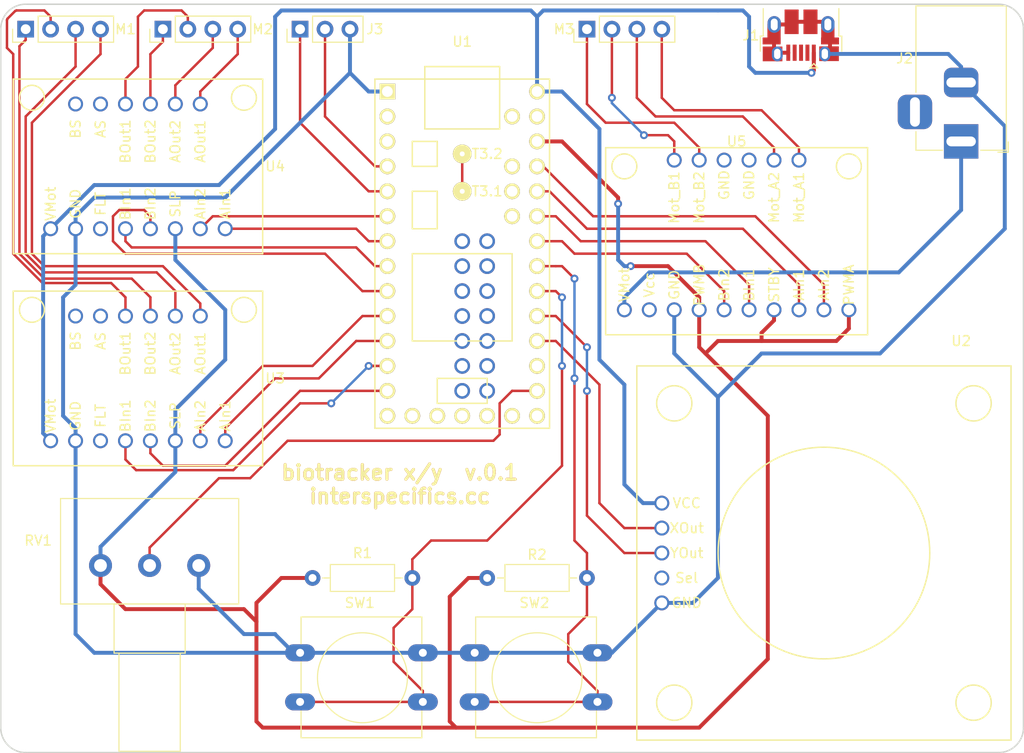
<source format=kicad_pcb>
(kicad_pcb (version 20171130) (host pcbnew "(5.0.0)")

  (general
    (thickness 1.6)
    (drawings 10)
    (tracks 341)
    (zones 0)
    (modules 16)
    (nets 79)
  )

  (page A4)
  (layers
    (0 F.Cu signal)
    (31 B.Cu signal)
    (32 B.Adhes user)
    (33 F.Adhes user)
    (34 B.Paste user)
    (35 F.Paste user)
    (36 B.SilkS user)
    (37 F.SilkS user)
    (38 B.Mask user)
    (39 F.Mask user)
    (40 Dwgs.User user)
    (41 Cmts.User user)
    (42 Eco1.User user hide)
    (43 Eco2.User user hide)
    (44 Edge.Cuts user)
    (45 Margin user)
    (46 B.CrtYd user)
    (47 F.CrtYd user)
    (48 B.Fab user)
    (49 F.Fab user)
  )

  (setup
    (last_trace_width 0.25)
    (trace_clearance 0.2)
    (zone_clearance 0.508)
    (zone_45_only no)
    (trace_min 0.2)
    (segment_width 0.2)
    (edge_width 0.15)
    (via_size 0.8)
    (via_drill 0.4)
    (via_min_size 0.4)
    (via_min_drill 0.3)
    (uvia_size 0.3)
    (uvia_drill 0.1)
    (uvias_allowed no)
    (uvia_min_size 0.2)
    (uvia_min_drill 0.1)
    (pcb_text_width 0.3)
    (pcb_text_size 1.5 1.5)
    (mod_edge_width 0.15)
    (mod_text_size 1 1)
    (mod_text_width 0.15)
    (pad_size 1.524 1.524)
    (pad_drill 0.762)
    (pad_to_mask_clearance 0.2)
    (aux_axis_origin 0 0)
    (visible_elements 7FFFFFFF)
    (pcbplotparams
      (layerselection 0x010fc_ffffffff)
      (usegerberextensions false)
      (usegerberattributes false)
      (usegerberadvancedattributes false)
      (creategerberjobfile false)
      (excludeedgelayer true)
      (linewidth 0.100000)
      (plotframeref false)
      (viasonmask false)
      (mode 1)
      (useauxorigin false)
      (hpglpennumber 1)
      (hpglpenspeed 20)
      (hpglpendiameter 15.000000)
      (psnegative false)
      (psa4output false)
      (plotreference true)
      (plotvalue true)
      (plotinvisibletext false)
      (padsonsilk false)
      (subtractmaskfromsilk false)
      (outputformat 4)
      (mirror false)
      (drillshape 0)
      (scaleselection 1)
      (outputdirectory "../"))
  )

  (net 0 "")
  (net 1 GND)
  (net 2 5V_bus)
  (net 3 "Net-(J1-Pad2)")
  (net 4 "Net-(J1-Pad3)")
  (net 5 "Net-(J1-Pad4)")
  (net 6 12V_bus)
  (net 7 "Net-(M1-Pad1)")
  (net 8 "Net-(M1-Pad2)")
  (net 9 "Net-(M1-Pad3)")
  (net 10 "Net-(M2-Pad3)")
  (net 11 "Net-(M2-Pad2)")
  (net 12 "Net-(M2-Pad1)")
  (net 13 "Net-(M3-Pad1)")
  (net 14 "Net-(M3-Pad2)")
  (net 15 "Net-(M3-Pad3)")
  (net 16 3V_bus)
  (net 17 Push_A)
  (net 18 Push_B)
  (net 19 "Net-(RV1-Pad2)")
  (net 20 "Net-(U1-Pad18)")
  (net 21 "Net-(U1-Pad19)")
  (net 22 "Net-(U1-Pad20)")
  (net 23 "Net-(U1-Pad16)")
  (net 24 "Net-(U1-Pad15)")
  (net 25 "Net-(U1-Pad14)")
  (net 26 "Net-(U1-Pad22)")
  (net 27 Joy_X)
  (net 28 Joy_Y)
  (net 29 MotZ_BIn2)
  (net 30 MotZ_BIn1)
  (net 31 MotZ_AIn1)
  (net 32 MotZ_AIn2)
  (net 33 "Net-(U1-Pad32)")
  (net 34 "Net-(U1-Pad34)")
  (net 35 "Net-(U1-Pad35)")
  (net 36 "Net-(U1-Pad36)")
  (net 37 "Net-(U1-Pad37)")
  (net 38 MotX_BIn2)
  (net 39 MotX_BIn1)
  (net 40 MotX_AIn1)
  (net 41 MotX_AIn2)
  (net 42 MotY_BIn2)
  (net 43 MotY_BIn1)
  (net 44 MotY_AIn1)
  (net 45 MotY_AIn2)
  (net 46 LED2)
  (net 47 LED1)
  (net 48 "Net-(U1-Pad3)")
  (net 49 "Net-(U1-Pad2)")
  (net 50 "Net-(U1-Pad38)")
  (net 51 "Net-(U1-Pad40)")
  (net 52 "Net-(U1-Pad41)")
  (net 53 "Net-(U1-Pad42)")
  (net 54 "Net-(U1-Pad43)")
  (net 55 "Net-(U1-Pad44)")
  (net 56 "Net-(U1-Pad45)")
  (net 57 "Net-(U1-Pad46)")
  (net 58 "Net-(U1-Pad47)")
  (net 59 "Net-(U1-Pad48)")
  (net 60 "Net-(U1-Pad49)")
  (net 61 "Net-(U1-Pad50)")
  (net 62 "Net-(U1-Pad51)")
  (net 63 "Net-(U1-Pad52)")
  (net 64 "Net-(U2-Pad4)")
  (net 65 "Net-(U3-Pad3)")
  (net 66 "Net-(M1-Pad4)")
  (net 67 "Net-(U3-Pad13)")
  (net 68 "Net-(U3-Pad14)")
  (net 69 "Net-(U4-Pad14)")
  (net 70 "Net-(U4-Pad13)")
  (net 71 "Net-(M2-Pad4)")
  (net 72 "Net-(U4-Pad3)")
  (net 73 "Net-(U5-Pad2)")
  (net 74 "Net-(M3-Pad4)")
  (net 75 "Net-(U5-Pad13)")
  (net 76 "Net-(U5-Pad14)")
  (net 77 "Net-(U1-Pad39)")
  (net 78 "Net-(U1-Pad17)")

  (net_class Default "Esta es la clase de red por defecto."
    (clearance 0.2)
    (trace_width 0.25)
    (via_dia 0.8)
    (via_drill 0.4)
    (uvia_dia 0.3)
    (uvia_drill 0.1)
    (add_net Joy_X)
    (add_net Joy_Y)
    (add_net LED1)
    (add_net LED2)
    (add_net MotX_AIn1)
    (add_net MotX_AIn2)
    (add_net MotX_BIn1)
    (add_net MotX_BIn2)
    (add_net MotY_AIn1)
    (add_net MotY_AIn2)
    (add_net MotY_BIn1)
    (add_net MotY_BIn2)
    (add_net MotZ_AIn1)
    (add_net MotZ_AIn2)
    (add_net MotZ_BIn1)
    (add_net MotZ_BIn2)
    (add_net "Net-(J1-Pad2)")
    (add_net "Net-(J1-Pad3)")
    (add_net "Net-(J1-Pad4)")
    (add_net "Net-(M1-Pad1)")
    (add_net "Net-(M1-Pad2)")
    (add_net "Net-(M1-Pad3)")
    (add_net "Net-(M1-Pad4)")
    (add_net "Net-(M2-Pad1)")
    (add_net "Net-(M2-Pad2)")
    (add_net "Net-(M2-Pad3)")
    (add_net "Net-(M2-Pad4)")
    (add_net "Net-(M3-Pad1)")
    (add_net "Net-(M3-Pad2)")
    (add_net "Net-(M3-Pad3)")
    (add_net "Net-(M3-Pad4)")
    (add_net "Net-(RV1-Pad2)")
    (add_net "Net-(U1-Pad14)")
    (add_net "Net-(U1-Pad15)")
    (add_net "Net-(U1-Pad16)")
    (add_net "Net-(U1-Pad17)")
    (add_net "Net-(U1-Pad18)")
    (add_net "Net-(U1-Pad19)")
    (add_net "Net-(U1-Pad2)")
    (add_net "Net-(U1-Pad20)")
    (add_net "Net-(U1-Pad22)")
    (add_net "Net-(U1-Pad3)")
    (add_net "Net-(U1-Pad32)")
    (add_net "Net-(U1-Pad34)")
    (add_net "Net-(U1-Pad35)")
    (add_net "Net-(U1-Pad36)")
    (add_net "Net-(U1-Pad37)")
    (add_net "Net-(U1-Pad38)")
    (add_net "Net-(U1-Pad39)")
    (add_net "Net-(U1-Pad40)")
    (add_net "Net-(U1-Pad41)")
    (add_net "Net-(U1-Pad42)")
    (add_net "Net-(U1-Pad43)")
    (add_net "Net-(U1-Pad44)")
    (add_net "Net-(U1-Pad45)")
    (add_net "Net-(U1-Pad46)")
    (add_net "Net-(U1-Pad47)")
    (add_net "Net-(U1-Pad48)")
    (add_net "Net-(U1-Pad49)")
    (add_net "Net-(U1-Pad50)")
    (add_net "Net-(U1-Pad51)")
    (add_net "Net-(U1-Pad52)")
    (add_net "Net-(U2-Pad4)")
    (add_net "Net-(U3-Pad13)")
    (add_net "Net-(U3-Pad14)")
    (add_net "Net-(U3-Pad3)")
    (add_net "Net-(U4-Pad13)")
    (add_net "Net-(U4-Pad14)")
    (add_net "Net-(U4-Pad3)")
    (add_net "Net-(U5-Pad13)")
    (add_net "Net-(U5-Pad14)")
    (add_net "Net-(U5-Pad2)")
    (add_net Push_A)
    (add_net Push_B)
  )

  (net_class GROUND ""
    (clearance 0.2)
    (trace_width 0.5)
    (via_dia 0.8)
    (via_drill 0.4)
    (uvia_dia 0.3)
    (uvia_drill 0.1)
    (add_net GND)
  )

  (net_class POWER ""
    (clearance 0.2)
    (trace_width 0.4)
    (via_dia 0.8)
    (via_drill 0.4)
    (uvia_dia 0.3)
    (uvia_drill 0.1)
    (add_net 12V_bus)
    (add_net 3V_bus)
    (add_net 5V_bus)
  )

  (module Connector_USB:USB_Micro-B_Amphenol_10103594-0001LF_Horizontal (layer F.Cu) (tedit 5A1DC0BD) (tstamp 5C4588A2)
    (at 189.415 79.375 180)
    (descr "Micro USB Type B 10103594-0001LF, http://cdn.amphenol-icc.com/media/wysiwyg/files/drawing/10103594.pdf")
    (tags "USB USB_B USB_micro USB_OTG")
    (path /5C2CA140)
    (attr smd)
    (fp_text reference J1 (at 5.08 0 180) (layer F.SilkS)
      (effects (font (size 1 1) (thickness 0.15)))
    )
    (fp_text value USB_B_Micro (at 0 -3.81 180) (layer F.Fab)
      (effects (font (size 1 1) (thickness 0.15)))
    )
    (fp_line (start 4.14 3.58) (end -4.13 3.58) (layer F.CrtYd) (width 0.05))
    (fp_line (start 4.14 3.58) (end 4.14 -2.88) (layer F.CrtYd) (width 0.05))
    (fp_line (start -4.13 -2.88) (end -4.13 3.58) (layer F.CrtYd) (width 0.05))
    (fp_line (start -4.13 -2.88) (end 4.14 -2.88) (layer F.CrtYd) (width 0.05))
    (fp_line (start -4.025 2.835) (end 3.975 2.835) (layer Dwgs.User) (width 0.1))
    (fp_line (start -3.775 3.335) (end -3.775 -0.865) (layer F.Fab) (width 0.12))
    (fp_line (start -2.975 -1.615) (end 3.725 -1.615) (layer F.Fab) (width 0.12))
    (fp_line (start 3.725 -1.615) (end 3.725 3.335) (layer F.Fab) (width 0.12))
    (fp_line (start 3.725 3.335) (end -3.775 3.335) (layer F.Fab) (width 0.12))
    (fp_line (start -3.775 -0.865) (end -2.975 -1.615) (layer F.Fab) (width 0.12))
    (fp_line (start -1.325 -2.865) (end -1.725 -3.315) (layer F.SilkS) (width 0.12))
    (fp_line (start -1.725 -3.315) (end -0.925 -3.315) (layer F.SilkS) (width 0.12))
    (fp_line (start -0.925 -3.315) (end -1.325 -2.865) (layer F.SilkS) (width 0.12))
    (fp_line (start 3.825 2.735) (end 3.825 -0.065) (layer F.SilkS) (width 0.12))
    (fp_line (start 3.825 -0.065) (end 4.125 -0.065) (layer F.SilkS) (width 0.12))
    (fp_line (start 4.125 -0.065) (end 4.125 -1.615) (layer F.SilkS) (width 0.12))
    (fp_line (start -3.875 2.735) (end -3.875 -0.065) (layer F.SilkS) (width 0.12))
    (fp_line (start -4.175 -0.065) (end -3.875 -0.065) (layer F.SilkS) (width 0.12))
    (fp_line (start -4.175 -0.065) (end -4.175 -1.615) (layer F.SilkS) (width 0.12))
    (fp_text user %R (at -0.025 -0.015 180) (layer F.Fab)
      (effects (font (size 1 1) (thickness 0.15)))
    )
    (fp_text user "PCB edge" (at -0.025 2.235 180) (layer Dwgs.User)
      (effects (font (size 0.5 0.5) (thickness 0.075)))
    )
    (pad 6 smd rect (at 0.935 1.385 270) (size 2.5 1.43) (layers F.Cu F.Paste F.Mask)
      (net 1 GND))
    (pad 6 smd rect (at -0.985 1.385 270) (size 2.5 1.43) (layers F.Cu F.Paste F.Mask)
      (net 1 GND))
    (pad 6 thru_hole oval (at 2.705 1.115 270) (size 1.7 1.35) (drill oval 1.2 0.7) (layers *.Cu *.Mask)
      (net 1 GND))
    (pad 6 thru_hole oval (at -2.755 1.115 270) (size 1.7 1.35) (drill oval 1.2 0.7) (layers *.Cu *.Mask)
      (net 1 GND))
    (pad 6 thru_hole oval (at 2.395 -1.885 270) (size 1.5 1.1) (drill oval 1.05 0.65) (layers *.Cu *.Mask)
      (net 1 GND))
    (pad 6 thru_hole oval (at -2.445 -1.885 270) (size 1.5 1.1) (drill oval 1.05 0.65) (layers *.Cu *.Mask)
      (net 1 GND))
    (pad 5 smd rect (at 1.275 -1.765 270) (size 1.65 0.4) (layers F.Cu F.Paste F.Mask)
      (net 1 GND))
    (pad 4 smd rect (at 0.625 -1.765 270) (size 1.65 0.4) (layers F.Cu F.Paste F.Mask)
      (net 5 "Net-(J1-Pad4)"))
    (pad 3 smd rect (at -0.025 -1.765 270) (size 1.65 0.4) (layers F.Cu F.Paste F.Mask)
      (net 4 "Net-(J1-Pad3)"))
    (pad 2 smd rect (at -0.675 -1.765 270) (size 1.65 0.4) (layers F.Cu F.Paste F.Mask)
      (net 3 "Net-(J1-Pad2)"))
    (pad 1 smd rect (at -1.325 -1.765 270) (size 1.65 0.4) (layers F.Cu F.Paste F.Mask)
      (net 2 5V_bus))
    (pad 6 smd rect (at 2.875 -1.885 180) (size 2 1.5) (layers F.Cu F.Paste F.Mask)
      (net 1 GND))
    (pad 6 smd rect (at -2.875 -1.865 180) (size 2 1.5) (layers F.Cu F.Paste F.Mask)
      (net 1 GND))
    (pad 6 smd rect (at 2.975 -0.565 180) (size 1.825 0.7) (layers F.Cu F.Paste F.Mask)
      (net 1 GND))
    (pad 6 smd rect (at -2.975 -0.565 180) (size 1.825 0.7) (layers F.Cu F.Paste F.Mask)
      (net 1 GND))
    (pad 6 smd rect (at -2.755 0.185 180) (size 1.35 2) (layers F.Cu F.Paste F.Mask)
      (net 1 GND))
    (pad 6 smd rect (at 2.725 0.185 180) (size 1.35 2) (layers F.Cu F.Paste F.Mask)
      (net 1 GND))
    (model ${KISYS3DMOD}/Connector_USB.3dshapes/USB_Micro-B_Amphenol_10103594-0001LF_Horizontal.wrl
      (at (xyz 0 0 0))
      (scale (xyz 1 1 1))
      (rotate (xyz 0 0 0))
    )
  )

  (module Connector_BarrelJack:BarrelJack_Horizontal (layer F.Cu) (tedit 5A1DBF6A) (tstamp 5C457178)
    (at 205.74 90.17 270)
    (descr "DC Barrel Jack")
    (tags "Power Jack")
    (path /5C2DC0F7)
    (fp_text reference J2 (at -8.45 5.75) (layer F.SilkS)
      (effects (font (size 1 1) (thickness 0.15)))
    )
    (fp_text value Jack-DC (at 2.54 1.27) (layer F.Fab)
      (effects (font (size 1 1) (thickness 0.15)))
    )
    (fp_line (start 0 -4.5) (end -13.7 -4.5) (layer F.Fab) (width 0.1))
    (fp_line (start 0.8 4.5) (end 0.8 -3.75) (layer F.Fab) (width 0.1))
    (fp_line (start -13.7 4.5) (end 0.8 4.5) (layer F.Fab) (width 0.1))
    (fp_line (start -13.7 -4.5) (end -13.7 4.5) (layer F.Fab) (width 0.1))
    (fp_line (start -10.2 -4.5) (end -10.2 4.5) (layer F.Fab) (width 0.1))
    (fp_line (start 0.9 -4.6) (end 0.9 -2) (layer F.SilkS) (width 0.12))
    (fp_line (start -13.8 -4.6) (end 0.9 -4.6) (layer F.SilkS) (width 0.12))
    (fp_line (start 0.9 4.6) (end -1 4.6) (layer F.SilkS) (width 0.12))
    (fp_line (start 0.9 1.9) (end 0.9 4.6) (layer F.SilkS) (width 0.12))
    (fp_line (start -13.8 4.6) (end -13.8 -4.6) (layer F.SilkS) (width 0.12))
    (fp_line (start -5 4.6) (end -13.8 4.6) (layer F.SilkS) (width 0.12))
    (fp_line (start -14 4.75) (end -14 -4.75) (layer F.CrtYd) (width 0.05))
    (fp_line (start -5 4.75) (end -14 4.75) (layer F.CrtYd) (width 0.05))
    (fp_line (start -5 6.75) (end -5 4.75) (layer F.CrtYd) (width 0.05))
    (fp_line (start -1 6.75) (end -5 6.75) (layer F.CrtYd) (width 0.05))
    (fp_line (start -1 4.75) (end -1 6.75) (layer F.CrtYd) (width 0.05))
    (fp_line (start 1 4.75) (end -1 4.75) (layer F.CrtYd) (width 0.05))
    (fp_line (start 1 2) (end 1 4.75) (layer F.CrtYd) (width 0.05))
    (fp_line (start 2 2) (end 1 2) (layer F.CrtYd) (width 0.05))
    (fp_line (start 2 -2) (end 2 2) (layer F.CrtYd) (width 0.05))
    (fp_line (start 1 -2) (end 2 -2) (layer F.CrtYd) (width 0.05))
    (fp_line (start 1 -4.5) (end 1 -2) (layer F.CrtYd) (width 0.05))
    (fp_line (start 1 -4.75) (end -14 -4.75) (layer F.CrtYd) (width 0.05))
    (fp_line (start 1 -4.5) (end 1 -4.75) (layer F.CrtYd) (width 0.05))
    (fp_line (start 0.05 -4.8) (end 1.1 -4.8) (layer F.SilkS) (width 0.12))
    (fp_line (start 1.1 -3.75) (end 1.1 -4.8) (layer F.SilkS) (width 0.12))
    (fp_line (start -0.003213 -4.505425) (end 0.8 -3.75) (layer F.Fab) (width 0.1))
    (fp_text user %R (at -3 -2.95 270) (layer F.Fab)
      (effects (font (size 1 1) (thickness 0.15)))
    )
    (pad 3 thru_hole roundrect (at -3 4.7 270) (size 3.5 3.5) (drill oval 3 1) (layers *.Cu *.Mask) (roundrect_rratio 0.25))
    (pad 2 thru_hole roundrect (at -6 0 270) (size 3 3.5) (drill oval 1 3) (layers *.Cu *.Mask) (roundrect_rratio 0.25)
      (net 1 GND))
    (pad 1 thru_hole rect (at 0 0 270) (size 3.5 3.5) (drill oval 1 3) (layers *.Cu *.Mask)
      (net 6 12V_bus))
    (model ${KISYS3DMOD}/Connector_BarrelJack.3dshapes/BarrelJack_Horizontal.wrl
      (at (xyz 0 0 0))
      (scale (xyz 1 1 1))
      (rotate (xyz 0 0 0))
    )
  )

  (module Connector_PinHeader_2.54mm:PinHeader_1x04_P2.54mm_Vertical (layer F.Cu) (tedit 59FED5CC) (tstamp 5C457190)
    (at 110.49 78.74 90)
    (descr "Through hole straight pin header, 1x04, 2.54mm pitch, single row")
    (tags "Through hole pin header THT 1x04 2.54mm single row")
    (path /5C299C4C)
    (fp_text reference M1 (at 0 10.16 180) (layer F.SilkS)
      (effects (font (size 1 1) (thickness 0.15)))
    )
    (fp_text value MiniStepper_X (at -2.54 3.81 180) (layer F.Fab)
      (effects (font (size 1 1) (thickness 0.15)))
    )
    (fp_text user %R (at 0 3.81 180) (layer F.Fab)
      (effects (font (size 1 1) (thickness 0.15)))
    )
    (fp_line (start 1.8 -1.8) (end -1.8 -1.8) (layer F.CrtYd) (width 0.05))
    (fp_line (start 1.8 9.4) (end 1.8 -1.8) (layer F.CrtYd) (width 0.05))
    (fp_line (start -1.8 9.4) (end 1.8 9.4) (layer F.CrtYd) (width 0.05))
    (fp_line (start -1.8 -1.8) (end -1.8 9.4) (layer F.CrtYd) (width 0.05))
    (fp_line (start -1.33 -1.33) (end 0 -1.33) (layer F.SilkS) (width 0.12))
    (fp_line (start -1.33 0) (end -1.33 -1.33) (layer F.SilkS) (width 0.12))
    (fp_line (start -1.33 1.27) (end 1.33 1.27) (layer F.SilkS) (width 0.12))
    (fp_line (start 1.33 1.27) (end 1.33 8.95) (layer F.SilkS) (width 0.12))
    (fp_line (start -1.33 1.27) (end -1.33 8.95) (layer F.SilkS) (width 0.12))
    (fp_line (start -1.33 8.95) (end 1.33 8.95) (layer F.SilkS) (width 0.12))
    (fp_line (start -1.27 -0.635) (end -0.635 -1.27) (layer F.Fab) (width 0.1))
    (fp_line (start -1.27 8.89) (end -1.27 -0.635) (layer F.Fab) (width 0.1))
    (fp_line (start 1.27 8.89) (end -1.27 8.89) (layer F.Fab) (width 0.1))
    (fp_line (start 1.27 -1.27) (end 1.27 8.89) (layer F.Fab) (width 0.1))
    (fp_line (start -0.635 -1.27) (end 1.27 -1.27) (layer F.Fab) (width 0.1))
    (pad 4 thru_hole oval (at 0 7.62 90) (size 1.7 1.7) (drill 1) (layers *.Cu *.Mask)
      (net 66 "Net-(M1-Pad4)"))
    (pad 3 thru_hole oval (at 0 5.08 90) (size 1.7 1.7) (drill 1) (layers *.Cu *.Mask)
      (net 9 "Net-(M1-Pad3)"))
    (pad 2 thru_hole oval (at 0 2.54 90) (size 1.7 1.7) (drill 1) (layers *.Cu *.Mask)
      (net 8 "Net-(M1-Pad2)"))
    (pad 1 thru_hole rect (at 0 0 90) (size 1.7 1.7) (drill 1) (layers *.Cu *.Mask)
      (net 7 "Net-(M1-Pad1)"))
    (model ${KISYS3DMOD}/Connector_PinHeader_2.54mm.3dshapes/PinHeader_1x04_P2.54mm_Vertical.wrl
      (at (xyz 0 0 0))
      (scale (xyz 1 1 1))
      (rotate (xyz 0 0 0))
    )
  )

  (module Connector_PinHeader_2.54mm:PinHeader_1x04_P2.54mm_Vertical (layer F.Cu) (tedit 59FED5CC) (tstamp 5C4571A8)
    (at 124.46 78.74 90)
    (descr "Through hole straight pin header, 1x04, 2.54mm pitch, single row")
    (tags "Through hole pin header THT 1x04 2.54mm single row")
    (path /5C299C00)
    (fp_text reference M2 (at 0 10.16 180) (layer F.SilkS)
      (effects (font (size 1 1) (thickness 0.15)))
    )
    (fp_text value MiniStepper_Y (at -2.54 3.81 180) (layer F.Fab)
      (effects (font (size 1 1) (thickness 0.15)))
    )
    (fp_text user %R (at 0 3.81 180) (layer F.Fab)
      (effects (font (size 1 1) (thickness 0.15)))
    )
    (fp_line (start 1.8 -1.8) (end -1.8 -1.8) (layer F.CrtYd) (width 0.05))
    (fp_line (start 1.8 9.4) (end 1.8 -1.8) (layer F.CrtYd) (width 0.05))
    (fp_line (start -1.8 9.4) (end 1.8 9.4) (layer F.CrtYd) (width 0.05))
    (fp_line (start -1.8 -1.8) (end -1.8 9.4) (layer F.CrtYd) (width 0.05))
    (fp_line (start -1.33 -1.33) (end 0 -1.33) (layer F.SilkS) (width 0.12))
    (fp_line (start -1.33 0) (end -1.33 -1.33) (layer F.SilkS) (width 0.12))
    (fp_line (start -1.33 1.27) (end 1.33 1.27) (layer F.SilkS) (width 0.12))
    (fp_line (start 1.33 1.27) (end 1.33 8.95) (layer F.SilkS) (width 0.12))
    (fp_line (start -1.33 1.27) (end -1.33 8.95) (layer F.SilkS) (width 0.12))
    (fp_line (start -1.33 8.95) (end 1.33 8.95) (layer F.SilkS) (width 0.12))
    (fp_line (start -1.27 -0.635) (end -0.635 -1.27) (layer F.Fab) (width 0.1))
    (fp_line (start -1.27 8.89) (end -1.27 -0.635) (layer F.Fab) (width 0.1))
    (fp_line (start 1.27 8.89) (end -1.27 8.89) (layer F.Fab) (width 0.1))
    (fp_line (start 1.27 -1.27) (end 1.27 8.89) (layer F.Fab) (width 0.1))
    (fp_line (start -0.635 -1.27) (end 1.27 -1.27) (layer F.Fab) (width 0.1))
    (pad 4 thru_hole oval (at 0 7.62 90) (size 1.7 1.7) (drill 1) (layers *.Cu *.Mask)
      (net 71 "Net-(M2-Pad4)"))
    (pad 3 thru_hole oval (at 0 5.08 90) (size 1.7 1.7) (drill 1) (layers *.Cu *.Mask)
      (net 10 "Net-(M2-Pad3)"))
    (pad 2 thru_hole oval (at 0 2.54 90) (size 1.7 1.7) (drill 1) (layers *.Cu *.Mask)
      (net 11 "Net-(M2-Pad2)"))
    (pad 1 thru_hole rect (at 0 0 90) (size 1.7 1.7) (drill 1) (layers *.Cu *.Mask)
      (net 12 "Net-(M2-Pad1)"))
    (model ${KISYS3DMOD}/Connector_PinHeader_2.54mm.3dshapes/PinHeader_1x04_P2.54mm_Vertical.wrl
      (at (xyz 0 0 0))
      (scale (xyz 1 1 1))
      (rotate (xyz 0 0 0))
    )
  )

  (module Connector_PinHeader_2.54mm:PinHeader_1x04_P2.54mm_Vertical (layer F.Cu) (tedit 59FED5CC) (tstamp 5C4571C0)
    (at 167.64 78.74 90)
    (descr "Through hole straight pin header, 1x04, 2.54mm pitch, single row")
    (tags "Through hole pin header THT 1x04 2.54mm single row")
    (path /5C299B2B)
    (fp_text reference M3 (at 0 -2.33 180) (layer F.SilkS)
      (effects (font (size 1 1) (thickness 0.15)))
    )
    (fp_text value Stepper_Z (at -2.54 3.81 180) (layer F.Fab)
      (effects (font (size 1 1) (thickness 0.15)))
    )
    (fp_text user %R (at 0 3.81 180) (layer F.Fab)
      (effects (font (size 1 1) (thickness 0.15)))
    )
    (fp_line (start 1.8 -1.8) (end -1.8 -1.8) (layer F.CrtYd) (width 0.05))
    (fp_line (start 1.8 9.4) (end 1.8 -1.8) (layer F.CrtYd) (width 0.05))
    (fp_line (start -1.8 9.4) (end 1.8 9.4) (layer F.CrtYd) (width 0.05))
    (fp_line (start -1.8 -1.8) (end -1.8 9.4) (layer F.CrtYd) (width 0.05))
    (fp_line (start -1.33 -1.33) (end 0 -1.33) (layer F.SilkS) (width 0.12))
    (fp_line (start -1.33 0) (end -1.33 -1.33) (layer F.SilkS) (width 0.12))
    (fp_line (start -1.33 1.27) (end 1.33 1.27) (layer F.SilkS) (width 0.12))
    (fp_line (start 1.33 1.27) (end 1.33 8.95) (layer F.SilkS) (width 0.12))
    (fp_line (start -1.33 1.27) (end -1.33 8.95) (layer F.SilkS) (width 0.12))
    (fp_line (start -1.33 8.95) (end 1.33 8.95) (layer F.SilkS) (width 0.12))
    (fp_line (start -1.27 -0.635) (end -0.635 -1.27) (layer F.Fab) (width 0.1))
    (fp_line (start -1.27 8.89) (end -1.27 -0.635) (layer F.Fab) (width 0.1))
    (fp_line (start 1.27 8.89) (end -1.27 8.89) (layer F.Fab) (width 0.1))
    (fp_line (start 1.27 -1.27) (end 1.27 8.89) (layer F.Fab) (width 0.1))
    (fp_line (start -0.635 -1.27) (end 1.27 -1.27) (layer F.Fab) (width 0.1))
    (pad 4 thru_hole oval (at 0 7.62 90) (size 1.7 1.7) (drill 1) (layers *.Cu *.Mask)
      (net 74 "Net-(M3-Pad4)"))
    (pad 3 thru_hole oval (at 0 5.08 90) (size 1.7 1.7) (drill 1) (layers *.Cu *.Mask)
      (net 15 "Net-(M3-Pad3)"))
    (pad 2 thru_hole oval (at 0 2.54 90) (size 1.7 1.7) (drill 1) (layers *.Cu *.Mask)
      (net 14 "Net-(M3-Pad2)"))
    (pad 1 thru_hole rect (at 0 0 90) (size 1.7 1.7) (drill 1) (layers *.Cu *.Mask)
      (net 13 "Net-(M3-Pad1)"))
    (model ${KISYS3DMOD}/Connector_PinHeader_2.54mm.3dshapes/PinHeader_1x04_P2.54mm_Vertical.wrl
      (at (xyz 0 0 0))
      (scale (xyz 1 1 1))
      (rotate (xyz 0 0 0))
    )
  )

  (module Potentiometer_THT:Potentiometer_Alps_RK163_Single_Horizontal (layer F.Cu) (tedit 5A3D4993) (tstamp 5C457234)
    (at 118.11 133.35 270)
    (descr "Potentiometer, horizontal, Alps RK163 Single, http://www.alps.com/prod/info/E/HTML/Potentiometer/RotaryPotentiometers/RK16/RK16_list.html")
    (tags "Potentiometer horizontal Alps RK163 Single")
    (path /5C297D47)
    (fp_text reference RV1 (at -2.54 6.35) (layer F.SilkS)
      (effects (font (size 1 1) (thickness 0.15)))
    )
    (fp_text value 10K (at -1.27 6.35) (layer F.Fab)
      (effects (font (size 1 1) (thickness 0.15)))
    )
    (fp_text user %R (at -1.45 -5 270) (layer F.Fab)
      (effects (font (size 1 1) (thickness 0.15)))
    )
    (fp_line (start 19.05 -14.2) (end -6.95 -14.2) (layer F.CrtYd) (width 0.05))
    (fp_line (start 19.05 4.2) (end 19.05 -14.2) (layer F.CrtYd) (width 0.05))
    (fp_line (start -6.95 4.2) (end 19.05 4.2) (layer F.CrtYd) (width 0.05))
    (fp_line (start -6.95 -14.2) (end -6.95 4.2) (layer F.CrtYd) (width 0.05))
    (fp_line (start 18.92 -8.12) (end 18.92 -1.879) (layer F.SilkS) (width 0.12))
    (fp_line (start 8.92 -8.12) (end 8.92 -1.879) (layer F.SilkS) (width 0.12))
    (fp_line (start 8.92 -1.879) (end 18.92 -1.879) (layer F.SilkS) (width 0.12))
    (fp_line (start 8.92 -8.12) (end 18.92 -8.12) (layer F.SilkS) (width 0.12))
    (fp_line (start 8.92 -8.62) (end 8.92 -1.38) (layer F.SilkS) (width 0.12))
    (fp_line (start 3.92 -8.62) (end 3.92 -1.38) (layer F.SilkS) (width 0.12))
    (fp_line (start 3.92 -1.38) (end 8.92 -1.38) (layer F.SilkS) (width 0.12))
    (fp_line (start 3.92 -8.62) (end 8.92 -8.62) (layer F.SilkS) (width 0.12))
    (fp_line (start 3.92 -14.07) (end 3.92 4.07) (layer F.SilkS) (width 0.12))
    (fp_line (start -6.82 -14.07) (end -6.82 4.07) (layer F.SilkS) (width 0.12))
    (fp_line (start -6.82 4.07) (end 3.92 4.07) (layer F.SilkS) (width 0.12))
    (fp_line (start -6.82 -14.07) (end 3.92 -14.07) (layer F.SilkS) (width 0.12))
    (fp_line (start 18.8 -8) (end 8.8 -8) (layer F.Fab) (width 0.1))
    (fp_line (start 18.8 -2) (end 18.8 -8) (layer F.Fab) (width 0.1))
    (fp_line (start 8.8 -2) (end 18.8 -2) (layer F.Fab) (width 0.1))
    (fp_line (start 8.8 -8) (end 8.8 -2) (layer F.Fab) (width 0.1))
    (fp_line (start 8.8 -8.5) (end 3.8 -8.5) (layer F.Fab) (width 0.1))
    (fp_line (start 8.8 -1.5) (end 8.8 -8.5) (layer F.Fab) (width 0.1))
    (fp_line (start 3.8 -1.5) (end 8.8 -1.5) (layer F.Fab) (width 0.1))
    (fp_line (start 3.8 -8.5) (end 3.8 -1.5) (layer F.Fab) (width 0.1))
    (fp_line (start 3.8 -13.95) (end -6.7 -13.95) (layer F.Fab) (width 0.1))
    (fp_line (start 3.8 3.95) (end 3.8 -13.95) (layer F.Fab) (width 0.1))
    (fp_line (start -6.7 3.95) (end 3.8 3.95) (layer F.Fab) (width 0.1))
    (fp_line (start -6.7 -13.95) (end -6.7 3.95) (layer F.Fab) (width 0.1))
    (pad 1 thru_hole circle (at 0 0 270) (size 2.34 2.34) (drill 1.3) (layers *.Cu *.Mask)
      (net 16 3V_bus))
    (pad 2 thru_hole circle (at 0 -5 270) (size 2.34 2.34) (drill 1.3) (layers *.Cu *.Mask)
      (net 19 "Net-(RV1-Pad2)"))
    (pad 3 thru_hole circle (at 0 -10 270) (size 2.34 2.34) (drill 1.3) (layers *.Cu *.Mask)
      (net 1 GND))
    (model ${KISYS3DMOD}/Potentiometer_THT.3dshapes/Potentiometer_Alps_RK163_Single_Horizontal.wrl
      (at (xyz 0 0 0))
      (scale (xyz 1 1 1))
      (rotate (xyz 0 0 0))
    )
  )

  (module Button_Switch_THT:SW_PUSH-12mm (layer F.Cu) (tedit 5A02FE31) (tstamp 5C45724E)
    (at 138.43 142.24)
    (descr "SW PUSH 12mm https://www.e-switch.com/system/asset/product_line/data_sheet/143/TL1100.pdf")
    (tags "tact sw push 12mm")
    (path /5C297A10)
    (fp_text reference SW1 (at 6.08 -5.08) (layer F.SilkS)
      (effects (font (size 1 1) (thickness 0.15)))
    )
    (fp_text value SWPush_A (at 6.62 8.89) (layer F.Fab)
      (effects (font (size 1 1) (thickness 0.15)))
    )
    (fp_line (start 12.4 -3.65) (end 12.4 -0.93) (layer F.SilkS) (width 0.12))
    (fp_line (start 12.4 5.93) (end 12.4 8.65) (layer F.SilkS) (width 0.12))
    (fp_line (start 0.1 4.07) (end 0.1 0.93) (layer F.SilkS) (width 0.12))
    (fp_line (start 0.1 8.65) (end 0.1 5.93) (layer F.SilkS) (width 0.12))
    (fp_line (start 0.25 -3.5) (end 0.25 8.5) (layer F.Fab) (width 0.1))
    (fp_circle (center 6.35 2.54) (end 10.16 5.08) (layer F.SilkS) (width 0.12))
    (fp_line (start 14.25 8.75) (end -1.77 8.75) (layer F.CrtYd) (width 0.05))
    (fp_line (start 14.25 8.75) (end 14.25 -3.75) (layer F.CrtYd) (width 0.05))
    (fp_line (start -1.77 -3.75) (end -1.77 8.75) (layer F.CrtYd) (width 0.05))
    (fp_line (start -1.77 -3.75) (end 14.25 -3.75) (layer F.CrtYd) (width 0.05))
    (fp_line (start 0.1 -0.93) (end 0.1 -3.65) (layer F.SilkS) (width 0.12))
    (fp_line (start 12.4 8.65) (end 0.1 8.65) (layer F.SilkS) (width 0.12))
    (fp_line (start 12.4 0.93) (end 12.4 4.07) (layer F.SilkS) (width 0.12))
    (fp_line (start 0.1 -3.65) (end 12.4 -3.65) (layer F.SilkS) (width 0.12))
    (fp_text user %R (at 6.35 2.54) (layer F.Fab)
      (effects (font (size 1 1) (thickness 0.15)))
    )
    (fp_line (start 12.25 -3.5) (end 12.25 8.5) (layer F.Fab) (width 0.1))
    (fp_line (start 0.25 -3.5) (end 12.25 -3.5) (layer F.Fab) (width 0.1))
    (fp_line (start 0.25 8.5) (end 12.25 8.5) (layer F.Fab) (width 0.1))
    (pad 2 thru_hole oval (at 0 5) (size 3.048 1.7272) (drill 0.8128) (layers *.Cu *.Mask)
      (net 17 Push_A))
    (pad 1 thru_hole oval (at 0 0) (size 3.048 1.7272) (drill 0.8128) (layers *.Cu *.Mask)
      (net 1 GND))
    (pad 2 thru_hole oval (at 12.5 5) (size 3.048 1.7272) (drill 0.8128) (layers *.Cu *.Mask)
      (net 17 Push_A))
    (pad 1 thru_hole oval (at 12.5 0) (size 3.048 1.7272) (drill 0.8128) (layers *.Cu *.Mask)
      (net 1 GND))
    (model ${KISYS3DMOD}/Button_Switch_THT.3dshapes/SW_PUSH-12mm.wrl
      (at (xyz 0 0 0))
      (scale (xyz 1 1 1))
      (rotate (xyz 0 0 0))
    )
  )

  (module Button_Switch_THT:SW_PUSH-12mm (layer F.Cu) (tedit 5A02FE31) (tstamp 5C457268)
    (at 156.21 142.24)
    (descr "SW PUSH 12mm https://www.e-switch.com/system/asset/product_line/data_sheet/143/TL1100.pdf")
    (tags "tact sw push 12mm")
    (path /5C297B61)
    (fp_text reference SW2 (at 6.08 -5.08) (layer F.SilkS)
      (effects (font (size 1 1) (thickness 0.15)))
    )
    (fp_text value SWPush_B (at 6.35 8.89) (layer F.Fab)
      (effects (font (size 1 1) (thickness 0.15)))
    )
    (fp_line (start 12.4 -3.65) (end 12.4 -0.93) (layer F.SilkS) (width 0.12))
    (fp_line (start 12.4 5.93) (end 12.4 8.65) (layer F.SilkS) (width 0.12))
    (fp_line (start 0.1 4.07) (end 0.1 0.93) (layer F.SilkS) (width 0.12))
    (fp_line (start 0.1 8.65) (end 0.1 5.93) (layer F.SilkS) (width 0.12))
    (fp_line (start 0.25 -3.5) (end 0.25 8.5) (layer F.Fab) (width 0.1))
    (fp_circle (center 6.35 2.54) (end 10.16 5.08) (layer F.SilkS) (width 0.12))
    (fp_line (start 14.25 8.75) (end -1.77 8.75) (layer F.CrtYd) (width 0.05))
    (fp_line (start 14.25 8.75) (end 14.25 -3.75) (layer F.CrtYd) (width 0.05))
    (fp_line (start -1.77 -3.75) (end -1.77 8.75) (layer F.CrtYd) (width 0.05))
    (fp_line (start -1.77 -3.75) (end 14.25 -3.75) (layer F.CrtYd) (width 0.05))
    (fp_line (start 0.1 -0.93) (end 0.1 -3.65) (layer F.SilkS) (width 0.12))
    (fp_line (start 12.4 8.65) (end 0.1 8.65) (layer F.SilkS) (width 0.12))
    (fp_line (start 12.4 0.93) (end 12.4 4.07) (layer F.SilkS) (width 0.12))
    (fp_line (start 0.1 -3.65) (end 12.4 -3.65) (layer F.SilkS) (width 0.12))
    (fp_text user %R (at 6.35 2.54) (layer F.Fab)
      (effects (font (size 1 1) (thickness 0.15)))
    )
    (fp_line (start 12.25 -3.5) (end 12.25 8.5) (layer F.Fab) (width 0.1))
    (fp_line (start 0.25 -3.5) (end 12.25 -3.5) (layer F.Fab) (width 0.1))
    (fp_line (start 0.25 8.5) (end 12.25 8.5) (layer F.Fab) (width 0.1))
    (pad 2 thru_hole oval (at 0 5) (size 3.048 1.7272) (drill 0.8128) (layers *.Cu *.Mask)
      (net 18 Push_B))
    (pad 1 thru_hole oval (at 0 0) (size 3.048 1.7272) (drill 0.8128) (layers *.Cu *.Mask)
      (net 1 GND))
    (pad 2 thru_hole oval (at 12.5 5) (size 3.048 1.7272) (drill 0.8128) (layers *.Cu *.Mask)
      (net 18 Push_B))
    (pad 1 thru_hole oval (at 12.5 0) (size 3.048 1.7272) (drill 0.8128) (layers *.Cu *.Mask)
      (net 1 GND))
    (model ${KISYS3DMOD}/Button_Switch_THT.3dshapes/SW_PUSH-12mm.wrl
      (at (xyz 0 0 0))
      (scale (xyz 1 1 1))
      (rotate (xyz 0 0 0))
    )
  )

  (module teensy:Teensy30_31_32_LC (layer F.Cu) (tedit 5A29202F) (tstamp 5C4572BD)
    (at 154.94 101.6 270)
    (path /5C28F1BC)
    (fp_text reference U1 (at -21.59 0) (layer F.SilkS)
      (effects (font (size 1 1) (thickness 0.15)))
    )
    (fp_text value Teensy3.2 (at -20.32 0) (layer F.Fab)
      (effects (font (size 1 1) (thickness 0.15)))
    )
    (fp_line (start -17.78 8.89) (end -17.78 -8.89) (layer F.SilkS) (width 0.15))
    (fp_line (start 17.78 8.89) (end -17.78 8.89) (layer F.SilkS) (width 0.15))
    (fp_line (start 17.78 -8.89) (end 17.78 8.89) (layer F.SilkS) (width 0.15))
    (fp_line (start -17.78 -8.89) (end 17.78 -8.89) (layer F.SilkS) (width 0.15))
    (fp_line (start 8.89 5.08) (end 0 5.08) (layer F.SilkS) (width 0.15))
    (fp_line (start 8.89 -5.08) (end 0 -5.08) (layer F.SilkS) (width 0.15))
    (fp_line (start 0 -5.08) (end 0 5.08) (layer F.SilkS) (width 0.15))
    (fp_line (start 8.89 5.08) (end 8.89 -5.08) (layer F.SilkS) (width 0.15))
    (fp_line (start 12.7 -2.54) (end 15.24 -2.54) (layer F.SilkS) (width 0.15))
    (fp_line (start 12.7 2.54) (end 12.7 -2.54) (layer F.SilkS) (width 0.15))
    (fp_line (start 15.24 2.54) (end 12.7 2.54) (layer F.SilkS) (width 0.15))
    (fp_line (start 15.24 -2.54) (end 15.24 2.54) (layer F.SilkS) (width 0.15))
    (fp_line (start -11.43 2.54) (end -11.43 5.08) (layer F.SilkS) (width 0.15))
    (fp_line (start -8.89 2.54) (end -11.43 2.54) (layer F.SilkS) (width 0.15))
    (fp_line (start -8.89 5.08) (end -8.89 2.54) (layer F.SilkS) (width 0.15))
    (fp_line (start -11.43 5.08) (end -8.89 5.08) (layer F.SilkS) (width 0.15))
    (fp_line (start -12.7 3.81) (end -17.78 3.81) (layer F.SilkS) (width 0.15))
    (fp_line (start -12.7 -3.81) (end -17.78 -3.81) (layer F.SilkS) (width 0.15))
    (fp_line (start -12.7 3.81) (end -12.7 -3.81) (layer F.SilkS) (width 0.15))
    (fp_line (start -6.35 2.54) (end -6.35 5.08) (layer F.SilkS) (width 0.15))
    (fp_line (start -2.54 2.54) (end -6.35 2.54) (layer F.SilkS) (width 0.15))
    (fp_line (start -2.54 5.08) (end -2.54 2.54) (layer F.SilkS) (width 0.15))
    (fp_line (start -6.35 5.08) (end -2.54 5.08) (layer F.SilkS) (width 0.15))
    (fp_line (start -19.05 -3.81) (end -17.78 -3.81) (layer F.SilkS) (width 0.15))
    (fp_line (start -19.05 3.81) (end -19.05 -3.81) (layer F.SilkS) (width 0.15))
    (fp_line (start -17.78 3.81) (end -19.05 3.81) (layer F.SilkS) (width 0.15))
    (fp_text user T3.1 (at -6.35 -2.54) (layer F.SilkS)
      (effects (font (size 1 1) (thickness 0.15)))
    )
    (fp_text user T3.2 (at -10.16 -2.54) (layer F.SilkS)
      (effects (font (size 1 1) (thickness 0.15)))
    )
    (pad 52 thru_hole circle (at -10.16 0 270) (size 1.9 1.9) (drill 0.5) (layers *.Cu *.Mask F.SilkS)
      (net 63 "Net-(U1-Pad52)"))
    (pad 52 thru_hole circle (at -6.35 0 270) (size 1.9 1.9) (drill 0.5) (layers *.Cu *.Mask F.SilkS)
      (net 63 "Net-(U1-Pad52)"))
    (pad 51 thru_hole circle (at -1.27 -2.54 270) (size 1.6 1.6) (drill 1.1) (layers *.Cu *.Mask)
      (net 62 "Net-(U1-Pad51)"))
    (pad 50 thru_hole circle (at 1.27 -2.54 270) (size 1.6 1.6) (drill 1.1) (layers *.Cu *.Mask)
      (net 61 "Net-(U1-Pad50)"))
    (pad 49 thru_hole circle (at 3.81 -2.54 270) (size 1.6 1.6) (drill 1.1) (layers *.Cu *.Mask)
      (net 60 "Net-(U1-Pad49)"))
    (pad 48 thru_hole circle (at 6.35 -2.54 270) (size 1.6 1.6) (drill 1.1) (layers *.Cu *.Mask)
      (net 59 "Net-(U1-Pad48)"))
    (pad 47 thru_hole circle (at 8.89 -2.54 270) (size 1.6 1.6) (drill 1.1) (layers *.Cu *.Mask)
      (net 58 "Net-(U1-Pad47)"))
    (pad 46 thru_hole circle (at 11.43 -2.54 270) (size 1.6 1.6) (drill 1.1) (layers *.Cu *.Mask)
      (net 57 "Net-(U1-Pad46)"))
    (pad 45 thru_hole circle (at 13.97 -2.54 270) (size 1.6 1.6) (drill 1.1) (layers *.Cu *.Mask)
      (net 56 "Net-(U1-Pad45)"))
    (pad 44 thru_hole circle (at 13.97 0 270) (size 1.6 1.6) (drill 1.1) (layers *.Cu *.Mask)
      (net 55 "Net-(U1-Pad44)"))
    (pad 43 thru_hole circle (at 11.43 0 270) (size 1.6 1.6) (drill 1.1) (layers *.Cu *.Mask)
      (net 54 "Net-(U1-Pad43)"))
    (pad 42 thru_hole circle (at 8.89 0 270) (size 1.6 1.6) (drill 1.1) (layers *.Cu *.Mask)
      (net 53 "Net-(U1-Pad42)"))
    (pad 41 thru_hole circle (at 6.35 0 270) (size 1.6 1.6) (drill 1.1) (layers *.Cu *.Mask)
      (net 52 "Net-(U1-Pad41)"))
    (pad 40 thru_hole circle (at 3.81 0 270) (size 1.6 1.6) (drill 1.1) (layers *.Cu *.Mask)
      (net 51 "Net-(U1-Pad40)"))
    (pad 39 thru_hole circle (at 1.27 0 270) (size 1.6 1.6) (drill 1.1) (layers *.Cu *.Mask)
      (net 77 "Net-(U1-Pad39)"))
    (pad 38 thru_hole circle (at -1.27 0 270) (size 1.6 1.6) (drill 1.1) (layers *.Cu *.Mask)
      (net 50 "Net-(U1-Pad38)"))
    (pad 1 thru_hole rect (at -16.51 7.62 270) (size 1.6 1.6) (drill 1.1) (layers *.Cu *.Mask F.SilkS)
      (net 1 GND))
    (pad 2 thru_hole circle (at -13.97 7.62 270) (size 1.6 1.6) (drill 1.1) (layers *.Cu *.Mask F.SilkS)
      (net 49 "Net-(U1-Pad2)"))
    (pad 3 thru_hole circle (at -11.43 7.62 270) (size 1.6 1.6) (drill 1.1) (layers *.Cu *.Mask F.SilkS)
      (net 48 "Net-(U1-Pad3)"))
    (pad 4 thru_hole circle (at -8.89 7.62 270) (size 1.6 1.6) (drill 1.1) (layers *.Cu *.Mask F.SilkS)
      (net 47 LED1))
    (pad 5 thru_hole circle (at -6.35 7.62 270) (size 1.6 1.6) (drill 1.1) (layers *.Cu *.Mask F.SilkS)
      (net 46 LED2))
    (pad 6 thru_hole circle (at -3.81 7.62 270) (size 1.6 1.6) (drill 1.1) (layers *.Cu *.Mask F.SilkS)
      (net 45 MotY_AIn2))
    (pad 7 thru_hole circle (at -1.27 7.62 270) (size 1.6 1.6) (drill 1.1) (layers *.Cu *.Mask F.SilkS)
      (net 44 MotY_AIn1))
    (pad 8 thru_hole circle (at 1.27 7.62 270) (size 1.6 1.6) (drill 1.1) (layers *.Cu *.Mask F.SilkS)
      (net 43 MotY_BIn1))
    (pad 9 thru_hole circle (at 3.81 7.62 270) (size 1.6 1.6) (drill 1.1) (layers *.Cu *.Mask F.SilkS)
      (net 42 MotY_BIn2))
    (pad 10 thru_hole circle (at 6.35 7.62 270) (size 1.6 1.6) (drill 1.1) (layers *.Cu *.Mask F.SilkS)
      (net 41 MotX_AIn2))
    (pad 11 thru_hole circle (at 8.89 7.62 270) (size 1.6 1.6) (drill 1.1) (layers *.Cu *.Mask F.SilkS)
      (net 40 MotX_AIn1))
    (pad 12 thru_hole circle (at 11.43 7.62 270) (size 1.6 1.6) (drill 1.1) (layers *.Cu *.Mask F.SilkS)
      (net 39 MotX_BIn1))
    (pad 13 thru_hole circle (at 13.97 7.62 270) (size 1.6 1.6) (drill 1.1) (layers *.Cu *.Mask F.SilkS)
      (net 38 MotX_BIn2))
    (pad 37 thru_hole circle (at -3.81 -5.08 270) (size 1.6 1.6) (drill 1.1) (layers *.Cu *.Mask F.SilkS)
      (net 37 "Net-(U1-Pad37)"))
    (pad 36 thru_hole circle (at -6.35 -5.08 270) (size 1.6 1.6) (drill 1.1) (layers *.Cu *.Mask F.SilkS)
      (net 36 "Net-(U1-Pad36)"))
    (pad 35 thru_hole circle (at -8.89 -5.08 270) (size 1.6 1.6) (drill 1.1) (layers *.Cu *.Mask F.SilkS)
      (net 35 "Net-(U1-Pad35)"))
    (pad 34 thru_hole circle (at -13.97 -5.08 270) (size 1.6 1.6) (drill 1.1) (layers *.Cu *.Mask F.SilkS)
      (net 34 "Net-(U1-Pad34)"))
    (pad 33 thru_hole circle (at -16.51 -7.62 270) (size 1.6 1.6) (drill 1.1) (layers *.Cu *.Mask F.SilkS)
      (net 2 5V_bus))
    (pad 32 thru_hole circle (at -13.97 -7.62 270) (size 1.6 1.6) (drill 1.1) (layers *.Cu *.Mask F.SilkS)
      (net 33 "Net-(U1-Pad32)"))
    (pad 31 thru_hole circle (at -11.43 -7.62 270) (size 1.6 1.6) (drill 1.1) (layers *.Cu *.Mask F.SilkS)
      (net 16 3V_bus))
    (pad 30 thru_hole circle (at -8.89 -7.62 270) (size 1.6 1.6) (drill 1.1) (layers *.Cu *.Mask F.SilkS)
      (net 32 MotZ_AIn2))
    (pad 29 thru_hole circle (at -6.35 -7.62 270) (size 1.6 1.6) (drill 1.1) (layers *.Cu *.Mask F.SilkS)
      (net 31 MotZ_AIn1))
    (pad 28 thru_hole circle (at -3.81 -7.62 270) (size 1.6 1.6) (drill 1.1) (layers *.Cu *.Mask F.SilkS)
      (net 30 MotZ_BIn1))
    (pad 27 thru_hole circle (at -1.27 -7.62 270) (size 1.6 1.6) (drill 1.1) (layers *.Cu *.Mask F.SilkS)
      (net 29 MotZ_BIn2))
    (pad 26 thru_hole circle (at 1.27 -7.62 270) (size 1.6 1.6) (drill 1.1) (layers *.Cu *.Mask F.SilkS)
      (net 18 Push_B))
    (pad 25 thru_hole circle (at 3.81 -7.62 270) (size 1.6 1.6) (drill 1.1) (layers *.Cu *.Mask F.SilkS)
      (net 17 Push_A))
    (pad 24 thru_hole circle (at 6.35 -7.62 270) (size 1.6 1.6) (drill 1.1) (layers *.Cu *.Mask F.SilkS)
      (net 28 Joy_Y))
    (pad 23 thru_hole circle (at 8.89 -7.62 270) (size 1.6 1.6) (drill 1.1) (layers *.Cu *.Mask F.SilkS)
      (net 27 Joy_X))
    (pad 22 thru_hole circle (at 11.43 -7.62 270) (size 1.6 1.6) (drill 1.1) (layers *.Cu *.Mask F.SilkS)
      (net 26 "Net-(U1-Pad22)"))
    (pad 21 thru_hole circle (at 13.97 -7.62 270) (size 1.6 1.6) (drill 1.1) (layers *.Cu *.Mask F.SilkS)
      (net 19 "Net-(RV1-Pad2)"))
    (pad 14 thru_hole circle (at 16.51 7.62 270) (size 1.6 1.6) (drill 1.1) (layers *.Cu *.Mask F.SilkS)
      (net 25 "Net-(U1-Pad14)"))
    (pad 15 thru_hole circle (at 16.51 5.08 270) (size 1.6 1.6) (drill 1.1) (layers *.Cu *.Mask F.SilkS)
      (net 24 "Net-(U1-Pad15)"))
    (pad 16 thru_hole circle (at 16.51 2.54 270) (size 1.6 1.6) (drill 1.1) (layers *.Cu *.Mask F.SilkS)
      (net 23 "Net-(U1-Pad16)"))
    (pad 20 thru_hole circle (at 16.51 -7.62 270) (size 1.6 1.6) (drill 1.1) (layers *.Cu *.Mask F.SilkS)
      (net 22 "Net-(U1-Pad20)"))
    (pad 19 thru_hole circle (at 16.51 -5.08 270) (size 1.6 1.6) (drill 1.1) (layers *.Cu *.Mask F.SilkS)
      (net 21 "Net-(U1-Pad19)"))
    (pad 18 thru_hole circle (at 16.51 -2.54 270) (size 1.6 1.6) (drill 1.1) (layers *.Cu *.Mask F.SilkS)
      (net 20 "Net-(U1-Pad18)"))
    (pad 17 thru_hole circle (at 16.51 0 270) (size 1.6 1.6) (drill 1.1) (layers *.Cu *.Mask F.SilkS)
      (net 78 "Net-(U1-Pad17)"))
  )

  (module teensy:ADA_joystick (layer F.Cu) (tedit 5C2D5CB0) (tstamp 5C4572D4)
    (at 191.77 132.08)
    (path /5C297FD8)
    (fp_text reference U2 (at 13.97 -21.59) (layer F.SilkS)
      (effects (font (size 1 1) (thickness 0.15)))
    )
    (fp_text value ADA_Joystick (at 13.97 -20.32) (layer F.Fab)
      (effects (font (size 1 1) (thickness 0.15)))
    )
    (fp_text user GND (at -13.97 5.08) (layer F.SilkS)
      (effects (font (size 1 1) (thickness 0.15)))
    )
    (fp_text user Sel (at -13.97 2.54) (layer F.SilkS)
      (effects (font (size 1 1) (thickness 0.15)))
    )
    (fp_text user YOut (at -13.97 0) (layer F.SilkS)
      (effects (font (size 1 1) (thickness 0.15)))
    )
    (fp_text user XOut (at -13.97 -2.54) (layer F.SilkS)
      (effects (font (size 1 1) (thickness 0.15)))
    )
    (fp_text user VCC (at -13.97 -5.08) (layer F.SilkS)
      (effects (font (size 1 1) (thickness 0.15)))
    )
    (fp_line (start -19.05 -19.05) (end 19.05 -19.05) (layer F.SilkS) (width 0.15))
    (fp_line (start 19.05 19.05) (end -19.05 19.05) (layer F.SilkS) (width 0.15))
    (fp_line (start -19.05 19.05) (end -19.05 -19.05) (layer F.SilkS) (width 0.15))
    (fp_line (start 19.05 -19.05) (end 19.05 19.05) (layer F.SilkS) (width 0.15))
    (fp_circle (center 0 0) (end 7.62 -7.62) (layer F.SilkS) (width 0.15))
    (fp_circle (center -15.24 -15.24) (end -16.51 -16.51) (layer F.SilkS) (width 0.15))
    (fp_circle (center -15.24 15.24) (end -16.51 13.97) (layer F.SilkS) (width 0.15))
    (fp_circle (center 15.24 -15.24) (end 13.97 -16.51) (layer F.SilkS) (width 0.15))
    (fp_circle (center 15.24 15.24) (end 13.97 13.97) (layer F.SilkS) (width 0.15))
    (pad 1 thru_hole circle (at -16.51 -5.08) (size 1.524 1.524) (drill 1.1) (layers *.Cu *.Mask)
      (net 2 5V_bus))
    (pad 2 thru_hole circle (at -16.51 -2.54) (size 1.524 1.524) (drill 1.1) (layers *.Cu *.Mask)
      (net 27 Joy_X))
    (pad 3 thru_hole circle (at -16.51 0) (size 1.524 1.524) (drill 1.1) (layers *.Cu *.Mask)
      (net 28 Joy_Y))
    (pad 4 thru_hole circle (at -16.51 2.54) (size 1.524 1.524) (drill 1.1) (layers *.Cu *.Mask)
      (net 64 "Net-(U2-Pad4)"))
    (pad 5 thru_hole circle (at -16.51 5.08) (size 1.524 1.524) (drill 1.1) (layers *.Cu *.Mask)
      (net 1 GND))
  )

  (module teensy:ADA_DRV8833 (layer F.Cu) (tedit 5C2D5C8E) (tstamp 5C4572FA)
    (at 121.92 114.3 90)
    (path /5C28F8DA)
    (fp_text reference U3 (at 0 13.97) (layer F.SilkS)
      (effects (font (size 1 1) (thickness 0.15)))
    )
    (fp_text value DRV8833 (at -10.16 0 180) (layer F.Fab)
      (effects (font (size 1 1) (thickness 0.15)))
    )
    (fp_circle (center 6.985 10.795) (end 6.985 9.525) (layer F.SilkS) (width 0.15))
    (fp_circle (center 6.985 -10.795) (end 6.985 -12.065) (layer F.SilkS) (width 0.15))
    (fp_text user BS (at 3.81 -6.35 90) (layer F.SilkS)
      (effects (font (size 1 1) (thickness 0.15)))
    )
    (fp_text user AS (at 3.81 -3.81 90) (layer F.SilkS)
      (effects (font (size 1 1) (thickness 0.15)))
    )
    (fp_text user BOut1 (at 2.54 -1.27 90) (layer F.SilkS)
      (effects (font (size 1 1) (thickness 0.15)))
    )
    (fp_text user BOut2 (at 2.54 1.27 90) (layer F.SilkS)
      (effects (font (size 1 1) (thickness 0.15)))
    )
    (fp_text user AOut2 (at 2.54 3.81 90) (layer F.SilkS)
      (effects (font (size 1 1) (thickness 0.15)))
    )
    (fp_text user AOut1 (at 2.54 6.35 90) (layer F.SilkS)
      (effects (font (size 1 1) (thickness 0.15)))
    )
    (fp_text user AIn1 (at -3.81 8.89 90) (layer F.SilkS)
      (effects (font (size 1 1) (thickness 0.15)))
    )
    (fp_text user AIn2 (at -3.81 6.35 90) (layer F.SilkS)
      (effects (font (size 1 1) (thickness 0.15)))
    )
    (fp_text user SLP (at -3.81 3.81 90) (layer F.SilkS)
      (effects (font (size 1 1) (thickness 0.15)))
    )
    (fp_text user BIn2 (at -3.81 1.27 90) (layer F.SilkS)
      (effects (font (size 1 1) (thickness 0.15)))
    )
    (fp_text user BIn1 (at -3.81 -1.27 90) (layer F.SilkS)
      (effects (font (size 1 1) (thickness 0.15)))
    )
    (fp_text user FLT (at -3.81 -3.81 90) (layer F.SilkS)
      (effects (font (size 1 1) (thickness 0.15)))
    )
    (fp_text user GND (at -3.81 -6.35 90) (layer F.SilkS)
      (effects (font (size 1 1) (thickness 0.15)))
    )
    (fp_text user VMot (at -3.81 -8.89 90) (layer F.SilkS)
      (effects (font (size 1 1) (thickness 0.15)))
    )
    (fp_line (start -8.89 -12.7) (end -8.89 12.7) (layer F.SilkS) (width 0.15))
    (fp_line (start -8.89 12.7) (end 8.89 12.7) (layer F.SilkS) (width 0.15))
    (fp_line (start 8.89 12.7) (end 8.89 -12.7) (layer F.SilkS) (width 0.15))
    (fp_line (start 8.89 -12.7) (end -8.89 -12.7) (layer F.SilkS) (width 0.15))
    (pad 14 thru_hole circle (at 6.35 -6.35 90) (size 1.524 1.524) (drill 1.1) (layers *.Cu *.Mask)
      (net 68 "Net-(U3-Pad14)"))
    (pad 13 thru_hole circle (at 6.35 -3.81 90) (size 1.524 1.524) (drill 1.1) (layers *.Cu *.Mask)
      (net 67 "Net-(U3-Pad13)"))
    (pad 12 thru_hole circle (at 6.35 -1.27 90) (size 1.524 1.524) (drill 1.1) (layers *.Cu *.Mask)
      (net 8 "Net-(M1-Pad2)"))
    (pad 11 thru_hole circle (at 6.35 1.27 90) (size 1.524 1.524) (drill 1.1) (layers *.Cu *.Mask)
      (net 7 "Net-(M1-Pad1)"))
    (pad 10 thru_hole circle (at 6.35 3.81 90) (size 1.524 1.524) (drill 1.1) (layers *.Cu *.Mask)
      (net 9 "Net-(M1-Pad3)"))
    (pad 9 thru_hole circle (at 6.35 6.35 90) (size 1.524 1.524) (drill 1.1) (layers *.Cu *.Mask)
      (net 66 "Net-(M1-Pad4)"))
    (pad 8 thru_hole circle (at -6.35 8.89 90) (size 1.524 1.524) (drill 1.1) (layers *.Cu *.Mask)
      (net 40 MotX_AIn1))
    (pad 7 thru_hole circle (at -6.35 6.35 90) (size 1.524 1.524) (drill 1.1) (layers *.Cu *.Mask)
      (net 41 MotX_AIn2))
    (pad 6 thru_hole circle (at -6.35 3.81 90) (size 1.524 1.524) (drill 1.1) (layers *.Cu *.Mask)
      (net 16 3V_bus))
    (pad 5 thru_hole circle (at -6.35 1.27 90) (size 1.524 1.524) (drill 1.1) (layers *.Cu *.Mask)
      (net 38 MotX_BIn2))
    (pad 4 thru_hole circle (at -6.35 -1.27 90) (size 1.524 1.524) (drill 1.1) (layers *.Cu *.Mask)
      (net 39 MotX_BIn1))
    (pad 3 thru_hole circle (at -6.35 -3.81 90) (size 1.524 1.524) (drill 1.1) (layers *.Cu *.Mask)
      (net 65 "Net-(U3-Pad3)"))
    (pad 2 thru_hole circle (at -6.35 -6.35 90) (size 1.524 1.524) (drill 1.1) (layers *.Cu *.Mask)
      (net 1 GND))
    (pad 1 thru_hole circle (at -6.35 -8.89 90) (size 1.524 1.524) (drill 1.1) (layers *.Cu *.Mask)
      (net 2 5V_bus))
  )

  (module teensy:ADA_DRV8833 (layer F.Cu) (tedit 5C2D5C8E) (tstamp 5C457320)
    (at 121.92 92.71 90)
    (path /5C297062)
    (fp_text reference U4 (at 0 13.97 180) (layer F.SilkS)
      (effects (font (size 1 1) (thickness 0.15)))
    )
    (fp_text value DRV8833 (at -10.16 0 180) (layer F.Fab)
      (effects (font (size 1 1) (thickness 0.15)))
    )
    (fp_circle (center 6.985 10.795) (end 6.985 9.525) (layer F.SilkS) (width 0.15))
    (fp_circle (center 6.985 -10.795) (end 6.985 -12.065) (layer F.SilkS) (width 0.15))
    (fp_text user BS (at 3.81 -6.35 90) (layer F.SilkS)
      (effects (font (size 1 1) (thickness 0.15)))
    )
    (fp_text user AS (at 3.81 -3.81 90) (layer F.SilkS)
      (effects (font (size 1 1) (thickness 0.15)))
    )
    (fp_text user BOut1 (at 2.54 -1.27 90) (layer F.SilkS)
      (effects (font (size 1 1) (thickness 0.15)))
    )
    (fp_text user BOut2 (at 2.54 1.27 90) (layer F.SilkS)
      (effects (font (size 1 1) (thickness 0.15)))
    )
    (fp_text user AOut2 (at 2.54 3.81 90) (layer F.SilkS)
      (effects (font (size 1 1) (thickness 0.15)))
    )
    (fp_text user AOut1 (at 2.54 6.35 90) (layer F.SilkS)
      (effects (font (size 1 1) (thickness 0.15)))
    )
    (fp_text user AIn1 (at -3.81 8.89 90) (layer F.SilkS)
      (effects (font (size 1 1) (thickness 0.15)))
    )
    (fp_text user AIn2 (at -3.81 6.35 90) (layer F.SilkS)
      (effects (font (size 1 1) (thickness 0.15)))
    )
    (fp_text user SLP (at -3.81 3.81 90) (layer F.SilkS)
      (effects (font (size 1 1) (thickness 0.15)))
    )
    (fp_text user BIn2 (at -3.81 1.27 90) (layer F.SilkS)
      (effects (font (size 1 1) (thickness 0.15)))
    )
    (fp_text user BIn1 (at -3.81 -1.27 90) (layer F.SilkS)
      (effects (font (size 1 1) (thickness 0.15)))
    )
    (fp_text user FLT (at -3.81 -3.81 90) (layer F.SilkS)
      (effects (font (size 1 1) (thickness 0.15)))
    )
    (fp_text user GND (at -3.81 -6.35 90) (layer F.SilkS)
      (effects (font (size 1 1) (thickness 0.15)))
    )
    (fp_text user VMot (at -3.81 -8.89 90) (layer F.SilkS)
      (effects (font (size 1 1) (thickness 0.15)))
    )
    (fp_line (start -8.89 -12.7) (end -8.89 12.7) (layer F.SilkS) (width 0.15))
    (fp_line (start -8.89 12.7) (end 8.89 12.7) (layer F.SilkS) (width 0.15))
    (fp_line (start 8.89 12.7) (end 8.89 -12.7) (layer F.SilkS) (width 0.15))
    (fp_line (start 8.89 -12.7) (end -8.89 -12.7) (layer F.SilkS) (width 0.15))
    (pad 14 thru_hole circle (at 6.35 -6.35 90) (size 1.524 1.524) (drill 1.1) (layers *.Cu *.Mask)
      (net 69 "Net-(U4-Pad14)"))
    (pad 13 thru_hole circle (at 6.35 -3.81 90) (size 1.524 1.524) (drill 1.1) (layers *.Cu *.Mask)
      (net 70 "Net-(U4-Pad13)"))
    (pad 12 thru_hole circle (at 6.35 -1.27 90) (size 1.524 1.524) (drill 1.1) (layers *.Cu *.Mask)
      (net 11 "Net-(M2-Pad2)"))
    (pad 11 thru_hole circle (at 6.35 1.27 90) (size 1.524 1.524) (drill 1.1) (layers *.Cu *.Mask)
      (net 12 "Net-(M2-Pad1)"))
    (pad 10 thru_hole circle (at 6.35 3.81 90) (size 1.524 1.524) (drill 1.1) (layers *.Cu *.Mask)
      (net 10 "Net-(M2-Pad3)"))
    (pad 9 thru_hole circle (at 6.35 6.35 90) (size 1.524 1.524) (drill 1.1) (layers *.Cu *.Mask)
      (net 71 "Net-(M2-Pad4)"))
    (pad 8 thru_hole circle (at -6.35 8.89 90) (size 1.524 1.524) (drill 1.1) (layers *.Cu *.Mask)
      (net 44 MotY_AIn1))
    (pad 7 thru_hole circle (at -6.35 6.35 90) (size 1.524 1.524) (drill 1.1) (layers *.Cu *.Mask)
      (net 45 MotY_AIn2))
    (pad 6 thru_hole circle (at -6.35 3.81 90) (size 1.524 1.524) (drill 1.1) (layers *.Cu *.Mask)
      (net 16 3V_bus))
    (pad 5 thru_hole circle (at -6.35 1.27 90) (size 1.524 1.524) (drill 1.1) (layers *.Cu *.Mask)
      (net 42 MotY_BIn2))
    (pad 4 thru_hole circle (at -6.35 -1.27 90) (size 1.524 1.524) (drill 1.1) (layers *.Cu *.Mask)
      (net 43 MotY_BIn1))
    (pad 3 thru_hole circle (at -6.35 -3.81 90) (size 1.524 1.524) (drill 1.1) (layers *.Cu *.Mask)
      (net 72 "Net-(U4-Pad3)"))
    (pad 2 thru_hole circle (at -6.35 -6.35 90) (size 1.524 1.524) (drill 1.1) (layers *.Cu *.Mask)
      (net 1 GND))
    (pad 1 thru_hole circle (at -6.35 -8.89 90) (size 1.524 1.524) (drill 1.1) (layers *.Cu *.Mask)
      (net 2 5V_bus))
  )

  (module teensy:ADA_TB6612 (layer F.Cu) (tedit 5C2D5CCD) (tstamp 5C45734A)
    (at 182.88 100.33 90)
    (path /5C297905)
    (fp_text reference U5 (at 10.16 0 180) (layer F.SilkS)
      (effects (font (size 1 1) (thickness 0.15)))
    )
    (fp_text value TB6612 (at -10.16 0 180) (layer F.Fab)
      (effects (font (size 1 1) (thickness 0.15)))
    )
    (fp_circle (center 7.62 11.43) (end 7.62 10.16) (layer F.SilkS) (width 0.15))
    (fp_circle (center 7.62 -11.43) (end 7.62 -12.7) (layer F.SilkS) (width 0.15))
    (fp_text user Mot_B1 (at 4.445 -6.35 90) (layer F.SilkS)
      (effects (font (size 1 1) (thickness 0.15)))
    )
    (fp_text user Mot_B2 (at 4.445 -3.81 90) (layer F.SilkS)
      (effects (font (size 1 1) (thickness 0.15)))
    )
    (fp_text user GND (at 5.715 -1.27 90) (layer F.SilkS)
      (effects (font (size 1 1) (thickness 0.15)))
    )
    (fp_text user GND (at 5.715 1.27 90) (layer F.SilkS)
      (effects (font (size 1 1) (thickness 0.15)))
    )
    (fp_text user Mot_A2 (at 4.445 3.81 90) (layer F.SilkS)
      (effects (font (size 1 1) (thickness 0.15)))
    )
    (fp_text user Mot_A1 (at 4.445 6.35 90) (layer F.SilkS)
      (effects (font (size 1 1) (thickness 0.15)))
    )
    (fp_text user PWMA (at -4.445 11.43 90) (layer F.SilkS)
      (effects (font (size 1 1) (thickness 0.15)))
    )
    (fp_text user AIn2 (at -4.445 8.89 90) (layer F.SilkS)
      (effects (font (size 1 1) (thickness 0.15)))
    )
    (fp_text user AIn1 (at -4.445 6.35 90) (layer F.SilkS)
      (effects (font (size 1 1) (thickness 0.15)))
    )
    (fp_text user STBY (at -4.445 3.81 90) (layer F.SilkS)
      (effects (font (size 1 1) (thickness 0.15)))
    )
    (fp_text user BIn1 (at -4.445 1.27 90) (layer F.SilkS)
      (effects (font (size 1 1) (thickness 0.15)))
    )
    (fp_text user BIn2 (at -4.445 -1.27 90) (layer F.SilkS)
      (effects (font (size 1 1) (thickness 0.15)))
    )
    (fp_text user PWMB (at -4.445 -3.81 90) (layer F.SilkS)
      (effects (font (size 1 1) (thickness 0.15)))
    )
    (fp_text user GND (at -4.445 -6.35 90) (layer F.SilkS)
      (effects (font (size 1 1) (thickness 0.15)))
    )
    (fp_text user Vcc (at -4.445 -8.89 90) (layer F.SilkS)
      (effects (font (size 1 1) (thickness 0.15)))
    )
    (fp_text user VMot (at -4.445 -11.43 90) (layer F.SilkS)
      (effects (font (size 1 1) (thickness 0.15)))
    )
    (fp_line (start 9.525 -13.335) (end -9.525 -13.335) (layer F.SilkS) (width 0.15))
    (fp_line (start 9.525 13.335) (end 9.525 -13.335) (layer F.SilkS) (width 0.15))
    (fp_line (start -9.525 13.335) (end 9.525 13.335) (layer F.SilkS) (width 0.15))
    (fp_line (start -9.525 -13.335) (end -9.525 13.335) (layer F.SilkS) (width 0.15))
    (pad 16 thru_hole circle (at 8.255 -6.35 90) (size 1.524 1.524) (drill 1.1) (layers *.Cu *.Mask)
      (net 14 "Net-(M3-Pad2)"))
    (pad 15 thru_hole circle (at 8.255 -3.81 90) (size 1.524 1.524) (drill 1.1) (layers *.Cu *.Mask)
      (net 13 "Net-(M3-Pad1)"))
    (pad 14 thru_hole circle (at 8.255 -1.27 90) (size 1.524 1.524) (drill 1.1) (layers *.Cu *.Mask)
      (net 76 "Net-(U5-Pad14)"))
    (pad 13 thru_hole circle (at 8.255 1.27 90) (size 1.524 1.524) (drill 1.1) (layers *.Cu *.Mask)
      (net 75 "Net-(U5-Pad13)"))
    (pad 12 thru_hole circle (at 8.255 3.81 90) (size 1.524 1.524) (drill 1.1) (layers *.Cu *.Mask)
      (net 15 "Net-(M3-Pad3)"))
    (pad 11 thru_hole circle (at 8.255 6.35 90) (size 1.524 1.524) (drill 1.1) (layers *.Cu *.Mask)
      (net 74 "Net-(M3-Pad4)"))
    (pad 10 thru_hole circle (at -6.985 11.43 90) (size 1.524 1.524) (drill 1.1) (layers *.Cu *.Mask)
      (net 16 3V_bus))
    (pad 9 thru_hole circle (at -6.985 8.89 90) (size 1.524 1.524) (drill 1.1) (layers *.Cu *.Mask)
      (net 32 MotZ_AIn2))
    (pad 8 thru_hole circle (at -6.985 6.35 90) (size 1.524 1.524) (drill 1.1) (layers *.Cu *.Mask)
      (net 31 MotZ_AIn1))
    (pad 7 thru_hole circle (at -6.985 3.81 90) (size 1.524 1.524) (drill 1.1) (layers *.Cu *.Mask)
      (net 16 3V_bus))
    (pad 6 thru_hole circle (at -6.985 1.27 90) (size 1.524 1.524) (drill 1.1) (layers *.Cu *.Mask)
      (net 30 MotZ_BIn1))
    (pad 5 thru_hole circle (at -6.985 -1.27 90) (size 1.524 1.524) (drill 1.1) (layers *.Cu *.Mask)
      (net 29 MotZ_BIn2))
    (pad 4 thru_hole circle (at -6.985 -3.81 90) (size 1.524 1.524) (drill 1.1) (layers *.Cu *.Mask)
      (net 16 3V_bus))
    (pad 3 thru_hole circle (at -6.985 -6.35 90) (size 1.524 1.524) (drill 1.1) (layers *.Cu *.Mask)
      (net 1 GND))
    (pad 2 thru_hole circle (at -6.985 -8.89 90) (size 1.524 1.524) (drill 1.1) (layers *.Cu *.Mask)
      (net 73 "Net-(U5-Pad2)"))
    (pad 1 thru_hole circle (at -6.985 -11.43 90) (size 1.524 1.524) (drill 1.1) (layers *.Cu *.Mask)
      (net 6 12V_bus))
  )

  (module Connector_PinHeader_2.54mm:PinHeader_1x03_P2.54mm_Vertical (layer F.Cu) (tedit 59FED5CC) (tstamp 5C45923D)
    (at 138.43 78.74 90)
    (descr "Through hole straight pin header, 1x03, 2.54mm pitch, single row")
    (tags "Through hole pin header THT 1x03 2.54mm single row")
    (path /5C2D6F24)
    (fp_text reference J3 (at 0 7.62 180) (layer F.SilkS)
      (effects (font (size 1 1) (thickness 0.15)))
    )
    (fp_text value Conn_01x03_Male (at -2.54 2.54 180) (layer F.Fab)
      (effects (font (size 1 1) (thickness 0.15)))
    )
    (fp_text user %R (at 0 2.54 180) (layer F.Fab)
      (effects (font (size 1 1) (thickness 0.15)))
    )
    (fp_line (start 1.8 -1.8) (end -1.8 -1.8) (layer F.CrtYd) (width 0.05))
    (fp_line (start 1.8 6.85) (end 1.8 -1.8) (layer F.CrtYd) (width 0.05))
    (fp_line (start -1.8 6.85) (end 1.8 6.85) (layer F.CrtYd) (width 0.05))
    (fp_line (start -1.8 -1.8) (end -1.8 6.85) (layer F.CrtYd) (width 0.05))
    (fp_line (start -1.33 -1.33) (end 0 -1.33) (layer F.SilkS) (width 0.12))
    (fp_line (start -1.33 0) (end -1.33 -1.33) (layer F.SilkS) (width 0.12))
    (fp_line (start -1.33 1.27) (end 1.33 1.27) (layer F.SilkS) (width 0.12))
    (fp_line (start 1.33 1.27) (end 1.33 6.41) (layer F.SilkS) (width 0.12))
    (fp_line (start -1.33 1.27) (end -1.33 6.41) (layer F.SilkS) (width 0.12))
    (fp_line (start -1.33 6.41) (end 1.33 6.41) (layer F.SilkS) (width 0.12))
    (fp_line (start -1.27 -0.635) (end -0.635 -1.27) (layer F.Fab) (width 0.1))
    (fp_line (start -1.27 6.35) (end -1.27 -0.635) (layer F.Fab) (width 0.1))
    (fp_line (start 1.27 6.35) (end -1.27 6.35) (layer F.Fab) (width 0.1))
    (fp_line (start 1.27 -1.27) (end 1.27 6.35) (layer F.Fab) (width 0.1))
    (fp_line (start -0.635 -1.27) (end 1.27 -1.27) (layer F.Fab) (width 0.1))
    (pad 3 thru_hole oval (at 0 5.08 90) (size 1.7 1.7) (drill 1) (layers *.Cu *.Mask)
      (net 1 GND))
    (pad 2 thru_hole oval (at 0 2.54 90) (size 1.7 1.7) (drill 1) (layers *.Cu *.Mask)
      (net 47 LED1))
    (pad 1 thru_hole rect (at 0 0 90) (size 1.7 1.7) (drill 1) (layers *.Cu *.Mask)
      (net 46 LED2))
    (model ${KISYS3DMOD}/Connector_PinHeader_2.54mm.3dshapes/PinHeader_1x03_P2.54mm_Vertical.wrl
      (at (xyz 0 0 0))
      (scale (xyz 1 1 1))
      (rotate (xyz 0 0 0))
    )
  )

  (module Resistor_THT:R_Axial_DIN0207_L6.3mm_D2.5mm_P10.16mm_Horizontal (layer F.Cu) (tedit 5AE5139B) (tstamp 5C45AF8E)
    (at 139.7 134.62)
    (descr "Resistor, Axial_DIN0207 series, Axial, Horizontal, pin pitch=10.16mm, 0.25W = 1/4W, length*diameter=6.3*2.5mm^2, http://cdn-reichelt.de/documents/datenblatt/B400/1_4W%23YAG.pdf")
    (tags "Resistor Axial_DIN0207 series Axial Horizontal pin pitch 10.16mm 0.25W = 1/4W length 6.3mm diameter 2.5mm")
    (path /5C297BD3)
    (fp_text reference R1 (at 5.08 -2.54) (layer F.SilkS)
      (effects (font (size 1 1) (thickness 0.15)))
    )
    (fp_text value 10K (at 5.08 -3.81) (layer F.Fab)
      (effects (font (size 1 1) (thickness 0.15)))
    )
    (fp_text user %R (at 5.08 0) (layer F.Fab)
      (effects (font (size 1 1) (thickness 0.15)))
    )
    (fp_line (start 11.21 -1.5) (end -1.05 -1.5) (layer F.CrtYd) (width 0.05))
    (fp_line (start 11.21 1.5) (end 11.21 -1.5) (layer F.CrtYd) (width 0.05))
    (fp_line (start -1.05 1.5) (end 11.21 1.5) (layer F.CrtYd) (width 0.05))
    (fp_line (start -1.05 -1.5) (end -1.05 1.5) (layer F.CrtYd) (width 0.05))
    (fp_line (start 9.12 0) (end 8.35 0) (layer F.SilkS) (width 0.12))
    (fp_line (start 1.04 0) (end 1.81 0) (layer F.SilkS) (width 0.12))
    (fp_line (start 8.35 -1.37) (end 1.81 -1.37) (layer F.SilkS) (width 0.12))
    (fp_line (start 8.35 1.37) (end 8.35 -1.37) (layer F.SilkS) (width 0.12))
    (fp_line (start 1.81 1.37) (end 8.35 1.37) (layer F.SilkS) (width 0.12))
    (fp_line (start 1.81 -1.37) (end 1.81 1.37) (layer F.SilkS) (width 0.12))
    (fp_line (start 10.16 0) (end 8.23 0) (layer F.Fab) (width 0.1))
    (fp_line (start 0 0) (end 1.93 0) (layer F.Fab) (width 0.1))
    (fp_line (start 8.23 -1.25) (end 1.93 -1.25) (layer F.Fab) (width 0.1))
    (fp_line (start 8.23 1.25) (end 8.23 -1.25) (layer F.Fab) (width 0.1))
    (fp_line (start 1.93 1.25) (end 8.23 1.25) (layer F.Fab) (width 0.1))
    (fp_line (start 1.93 -1.25) (end 1.93 1.25) (layer F.Fab) (width 0.1))
    (pad 2 thru_hole oval (at 10.16 0) (size 1.6 1.6) (drill 0.8) (layers *.Cu *.Mask)
      (net 17 Push_A))
    (pad 1 thru_hole circle (at 0 0) (size 1.6 1.6) (drill 0.8) (layers *.Cu *.Mask)
      (net 16 3V_bus))
    (model ${KISYS3DMOD}/Resistor_THT.3dshapes/R_Axial_DIN0207_L6.3mm_D2.5mm_P10.16mm_Horizontal.wrl
      (at (xyz 0 0 0))
      (scale (xyz 1 1 1))
      (rotate (xyz 0 0 0))
    )
  )

  (module Resistor_THT:R_Axial_DIN0207_L6.3mm_D2.5mm_P10.16mm_Horizontal (layer F.Cu) (tedit 5AE5139B) (tstamp 5C45AFA4)
    (at 157.48 134.62)
    (descr "Resistor, Axial_DIN0207 series, Axial, Horizontal, pin pitch=10.16mm, 0.25W = 1/4W, length*diameter=6.3*2.5mm^2, http://cdn-reichelt.de/documents/datenblatt/B400/1_4W%23YAG.pdf")
    (tags "Resistor Axial_DIN0207 series Axial Horizontal pin pitch 10.16mm 0.25W = 1/4W length 6.3mm diameter 2.5mm")
    (path /5C297C99)
    (fp_text reference R2 (at 5.08 -2.37) (layer F.SilkS)
      (effects (font (size 1 1) (thickness 0.15)))
    )
    (fp_text value 10K (at 5.08 -3.81) (layer F.Fab)
      (effects (font (size 1 1) (thickness 0.15)))
    )
    (fp_text user %R (at 5.08 0) (layer F.Fab)
      (effects (font (size 1 1) (thickness 0.15)))
    )
    (fp_line (start 11.21 -1.5) (end -1.05 -1.5) (layer F.CrtYd) (width 0.05))
    (fp_line (start 11.21 1.5) (end 11.21 -1.5) (layer F.CrtYd) (width 0.05))
    (fp_line (start -1.05 1.5) (end 11.21 1.5) (layer F.CrtYd) (width 0.05))
    (fp_line (start -1.05 -1.5) (end -1.05 1.5) (layer F.CrtYd) (width 0.05))
    (fp_line (start 9.12 0) (end 8.35 0) (layer F.SilkS) (width 0.12))
    (fp_line (start 1.04 0) (end 1.81 0) (layer F.SilkS) (width 0.12))
    (fp_line (start 8.35 -1.37) (end 1.81 -1.37) (layer F.SilkS) (width 0.12))
    (fp_line (start 8.35 1.37) (end 8.35 -1.37) (layer F.SilkS) (width 0.12))
    (fp_line (start 1.81 1.37) (end 8.35 1.37) (layer F.SilkS) (width 0.12))
    (fp_line (start 1.81 -1.37) (end 1.81 1.37) (layer F.SilkS) (width 0.12))
    (fp_line (start 10.16 0) (end 8.23 0) (layer F.Fab) (width 0.1))
    (fp_line (start 0 0) (end 1.93 0) (layer F.Fab) (width 0.1))
    (fp_line (start 8.23 -1.25) (end 1.93 -1.25) (layer F.Fab) (width 0.1))
    (fp_line (start 8.23 1.25) (end 8.23 -1.25) (layer F.Fab) (width 0.1))
    (fp_line (start 1.93 1.25) (end 8.23 1.25) (layer F.Fab) (width 0.1))
    (fp_line (start 1.93 -1.25) (end 1.93 1.25) (layer F.Fab) (width 0.1))
    (pad 2 thru_hole oval (at 10.16 0) (size 1.6 1.6) (drill 0.8) (layers *.Cu *.Mask)
      (net 18 Push_B))
    (pad 1 thru_hole circle (at 0 0) (size 1.6 1.6) (drill 0.8) (layers *.Cu *.Mask)
      (net 16 3V_bus))
    (model ${KISYS3DMOD}/Resistor_THT.3dshapes/R_Axial_DIN0207_L6.3mm_D2.5mm_P10.16mm_Horizontal.wrl
      (at (xyz 0 0 0))
      (scale (xyz 1 1 1))
      (rotate (xyz 0 0 0))
    )
  )

  (gr_text "biotracker x/y  v.0.1\ninterspecifics.cc" (at 148.59 125.095) (layer F.SilkS)
    (effects (font (size 1.5 1.5) (thickness 0.3)))
  )
  (gr_text "biotracker x/y  v.0.1\ninterspecifics.cc" (at 148.59 125.095) (layer F.Cu) (tstamp 5C33BC77)
    (effects (font (size 1.5 1.5) (thickness 0.3)))
  )
  (gr_line (start 107.95 78.74) (end 107.95 149.86) (layer Edge.Cuts) (width 0.15))
  (gr_line (start 209.55 76.2) (end 110.49 76.2) (layer Edge.Cuts) (width 0.15))
  (gr_line (start 212.09 149.86) (end 212.09 78.74) (layer Edge.Cuts) (width 0.15))
  (gr_line (start 110.49 152.4) (end 209.55 152.4) (layer Edge.Cuts) (width 0.15))
  (gr_arc (start 110.49 149.86) (end 107.95 149.86) (angle -90) (layer Edge.Cuts) (width 0.15))
  (gr_arc (start 209.55 149.86) (end 209.55 152.4) (angle -90) (layer Edge.Cuts) (width 0.15))
  (gr_arc (start 209.55 78.74) (end 212.09 78.74) (angle -90) (layer Edge.Cuts) (width 0.15))
  (gr_arc (start 110.49 78.74) (end 110.49 76.2) (angle -90) (layer Edge.Cuts) (width 0.15))

  (segment (start 145.415 85.09) (end 147.32 85.09) (width 0.4) (layer B.Cu) (net 1))
  (segment (start 143.51 78.74) (end 143.51 83.185) (width 0.4) (layer B.Cu) (net 1))
  (segment (start 143.51 83.185) (end 145.415 85.09) (width 0.4) (layer B.Cu) (net 1))
  (segment (start 115.57 119.38) (end 115.57 120.65) (width 0.4) (layer B.Cu) (net 1))
  (segment (start 114.3 118.11) (end 115.57 119.38) (width 0.4) (layer B.Cu) (net 1))
  (segment (start 114.3 106.045) (end 114.3 118.11) (width 0.4) (layer B.Cu) (net 1))
  (segment (start 115.57 99.06) (end 115.57 104.775) (width 0.4) (layer B.Cu) (net 1))
  (segment (start 115.57 104.775) (end 114.3 106.045) (width 0.4) (layer B.Cu) (net 1))
  (segment (start 117.475 142.24) (end 138.43 142.24) (width 0.4) (layer B.Cu) (net 1))
  (segment (start 115.57 120.65) (end 115.57 140.335) (width 0.4) (layer B.Cu) (net 1))
  (segment (start 115.57 140.335) (end 117.475 142.24) (width 0.4) (layer B.Cu) (net 1))
  (segment (start 128.11 133.35) (end 128.11 135.73) (width 0.4) (layer B.Cu) (net 1))
  (segment (start 128.11 135.73) (end 132.715 140.335) (width 0.4) (layer B.Cu) (net 1))
  (segment (start 132.715 140.335) (end 135.89 140.335) (width 0.4) (layer B.Cu) (net 1))
  (segment (start 137.7696 142.24) (end 138.43 142.24) (width 0.4) (layer B.Cu) (net 1))
  (segment (start 135.89 140.3604) (end 137.7696 142.24) (width 0.4) (layer B.Cu) (net 1))
  (segment (start 135.89 140.335) (end 135.89 140.3604) (width 0.4) (layer B.Cu) (net 1))
  (segment (start 138.43 142.24) (end 150.93 142.24) (width 0.4) (layer B.Cu) (net 1))
  (segment (start 150.93 142.24) (end 156.21 142.24) (width 0.4) (layer B.Cu) (net 1))
  (segment (start 156.21 142.24) (end 168.71 142.24) (width 0.4) (layer B.Cu) (net 1))
  (segment (start 174.498001 137.921999) (end 175.26 137.16) (width 0.4) (layer B.Cu) (net 1))
  (segment (start 170.18 142.24) (end 174.498001 137.921999) (width 0.4) (layer B.Cu) (net 1))
  (segment (start 168.71 142.24) (end 170.18 142.24) (width 0.4) (layer B.Cu) (net 1))
  (segment (start 176.53 111.76) (end 176.53 107.315) (width 0.4) (layer B.Cu) (net 1))
  (segment (start 180.975 116.205) (end 176.53 111.76) (width 0.4) (layer B.Cu) (net 1))
  (segment (start 180.975 134.62) (end 180.975 116.205) (width 0.4) (layer B.Cu) (net 1))
  (segment (start 175.26 137.16) (end 178.435 137.16) (width 0.4) (layer B.Cu) (net 1))
  (segment (start 178.435 137.16) (end 180.975 134.62) (width 0.4) (layer B.Cu) (net 1))
  (segment (start 210.185 88.615) (end 205.74 84.17) (width 0.4) (layer B.Cu) (net 1))
  (segment (start 210.185 99.06) (end 210.185 88.615) (width 0.4) (layer B.Cu) (net 1))
  (segment (start 197.485 111.76) (end 210.185 99.06) (width 0.4) (layer B.Cu) (net 1))
  (segment (start 180.975 116.205) (end 185.42 111.76) (width 0.4) (layer B.Cu) (net 1))
  (segment (start 185.42 111.76) (end 197.485 111.76) (width 0.4) (layer B.Cu) (net 1))
  (segment (start 192.81 81.26) (end 191.86 81.26) (width 0.4) (layer B.Cu) (net 1))
  (segment (start 204.43 81.26) (end 192.81 81.26) (width 0.4) (layer B.Cu) (net 1))
  (segment (start 205.74 82.57) (end 204.43 81.26) (width 0.4) (layer B.Cu) (net 1))
  (segment (start 205.74 84.17) (end 205.74 82.57) (width 0.4) (layer B.Cu) (net 1))
  (segment (start 192.39 81.14) (end 192.29 81.24) (width 0.4) (layer F.Cu) (net 1))
  (segment (start 192.39 79.94) (end 192.39 81.14) (width 0.4) (layer F.Cu) (net 1))
  (segment (start 186.69 81.11) (end 186.54 81.26) (width 0.4) (layer F.Cu) (net 1))
  (segment (start 186.69 79.19) (end 186.69 81.11) (width 0.4) (layer F.Cu) (net 1))
  (segment (start 188.21 78.26) (end 188.48 77.99) (width 0.4) (layer F.Cu) (net 1))
  (segment (start 186.71 78.26) (end 188.21 78.26) (width 0.4) (layer F.Cu) (net 1))
  (segment (start 188.48 77.99) (end 190.4 77.99) (width 0.4) (layer F.Cu) (net 1))
  (segment (start 191.9 77.99) (end 192.17 78.26) (width 0.4) (layer F.Cu) (net 1))
  (segment (start 190.4 77.99) (end 191.9 77.99) (width 0.4) (layer F.Cu) (net 1))
  (segment (start 187.14 81.14) (end 187.02 81.26) (width 0.4) (layer F.Cu) (net 1))
  (segment (start 188.14 81.14) (end 187.14 81.14) (width 0.4) (layer F.Cu) (net 1))
  (segment (start 115.57 97.79) (end 115.57 99.06) (width 0.4) (layer B.Cu) (net 1))
  (segment (start 117.475 95.885) (end 115.57 97.79) (width 0.4) (layer B.Cu) (net 1))
  (segment (start 130.81 95.885) (end 117.475 95.885) (width 0.4) (layer B.Cu) (net 1))
  (segment (start 143.51 83.185) (end 130.81 95.885) (width 0.4) (layer B.Cu) (net 1))
  (segment (start 112.268001 119.888001) (end 113.03 120.65) (width 0.4) (layer B.Cu) (net 2))
  (segment (start 112.268001 99.821999) (end 112.268001 119.888001) (width 0.4) (layer B.Cu) (net 2))
  (segment (start 113.03 99.06) (end 112.268001 99.821999) (width 0.4) (layer B.Cu) (net 2))
  (segment (start 162.56 77.47) (end 162.56 85.09) (width 0.4) (layer B.Cu) (net 2))
  (segment (start 117.475 94.615) (end 130.175 94.615) (width 0.4) (layer B.Cu) (net 2))
  (segment (start 113.03 99.06) (end 117.475 94.615) (width 0.4) (layer B.Cu) (net 2))
  (segment (start 130.175 94.615) (end 135.89 88.9) (width 0.4) (layer B.Cu) (net 2))
  (segment (start 135.89 88.9) (end 135.89 77.47) (width 0.4) (layer B.Cu) (net 2))
  (segment (start 161.925 76.835) (end 162.56 77.47) (width 0.4) (layer B.Cu) (net 2))
  (segment (start 135.89 77.47) (end 136.525 76.835) (width 0.4) (layer B.Cu) (net 2))
  (segment (start 136.525 76.835) (end 161.925 76.835) (width 0.4) (layer B.Cu) (net 2))
  (segment (start 162.56 77.47) (end 163.195 76.835) (width 0.4) (layer B.Cu) (net 2))
  (segment (start 163.195 76.835) (end 180.975 76.835) (width 0.4) (layer B.Cu) (net 2))
  (segment (start 180.975 76.835) (end 183.515 76.835) (width 0.4) (layer B.Cu) (net 2))
  (segment (start 183.515 76.835) (end 184.15 77.47) (width 0.4) (layer B.Cu) (net 2))
  (segment (start 184.15 77.47) (end 184.15 82.55) (width 0.4) (layer B.Cu) (net 2))
  (segment (start 184.15 82.55) (end 184.785 83.185) (width 0.4) (layer B.Cu) (net 2))
  (segment (start 184.785 83.185) (end 190.5 83.185) (width 0.4) (layer B.Cu) (net 2))
  (segment (start 190.5 83.185) (end 190.5 83.185) (width 0.4) (layer B.Cu) (net 2) (tstamp 5C33B954))
  (via (at 190.5 83.185) (size 0.8) (drill 0.4) (layers F.Cu B.Cu) (net 2))
  (segment (start 190.74 82.945) (end 190.5 83.185) (width 0.4) (layer F.Cu) (net 2))
  (segment (start 190.74 81.14) (end 190.74 82.945) (width 0.4) (layer F.Cu) (net 2))
  (segment (start 173.355 127) (end 175.26 127) (width 0.4) (layer B.Cu) (net 2))
  (segment (start 165.1 85.09) (end 168.91 88.9) (width 0.4) (layer B.Cu) (net 2))
  (segment (start 162.56 85.09) (end 165.1 85.09) (width 0.4) (layer B.Cu) (net 2))
  (segment (start 168.91 112.395) (end 171.45 114.935) (width 0.4) (layer B.Cu) (net 2))
  (segment (start 171.45 114.935) (end 171.45 125.095) (width 0.4) (layer B.Cu) (net 2))
  (segment (start 168.91 88.9) (end 168.91 112.395) (width 0.4) (layer B.Cu) (net 2))
  (segment (start 171.45 125.095) (end 173.355 127) (width 0.4) (layer B.Cu) (net 2))
  (segment (start 205.74 97.155) (end 205.74 90.17) (width 0.4) (layer B.Cu) (net 6))
  (segment (start 199.39 103.505) (end 205.74 97.155) (width 0.4) (layer B.Cu) (net 6))
  (segment (start 173.99 103.505) (end 199.39 103.505) (width 0.4) (layer B.Cu) (net 6))
  (segment (start 171.45 107.315) (end 171.45 106.045) (width 0.4) (layer B.Cu) (net 6))
  (segment (start 171.45 106.045) (end 173.99 103.505) (width 0.4) (layer B.Cu) (net 6))
  (via (at 166.37 114.3) (size 0.8) (drill 0.4) (layers F.Cu B.Cu) (net 18))
  (via (at 165.1 113.03) (size 0.8) (drill 0.4) (layers F.Cu B.Cu) (net 17))
  (via (at 167.64 115.57) (size 0.8) (drill 0.4) (layers F.Cu B.Cu) (net 28))
  (via (at 170.18 85.725) (size 0.8) (drill 0.4) (layers F.Cu B.Cu) (net 14))
  (via (at 173.445001 89.535) (size 0.8) (drill 0.4) (layers F.Cu B.Cu) (net 14))
  (segment (start 110.49 79.84) (end 110.49 78.74) (width 0.25) (layer F.Cu) (net 7))
  (segment (start 123.19 107.95) (end 123.19 106.045) (width 0.25) (layer F.Cu) (net 7))
  (segment (start 123.19 106.045) (end 121.285 104.14) (width 0.25) (layer F.Cu) (net 7))
  (segment (start 112.39218 104.14) (end 109.855 101.60282) (width 0.25) (layer F.Cu) (net 7))
  (segment (start 109.855 101.60282) (end 109.855 80.475) (width 0.25) (layer F.Cu) (net 7))
  (segment (start 121.285 104.14) (end 112.39218 104.14) (width 0.25) (layer F.Cu) (net 7))
  (segment (start 109.855 80.475) (end 110.49 79.84) (width 0.25) (layer F.Cu) (net 7))
  (segment (start 112.395 76.835) (end 113.03 77.47) (width 0.25) (layer F.Cu) (net 8))
  (segment (start 109.421731 76.889703) (end 109.553796 76.835) (width 0.25) (layer F.Cu) (net 8))
  (segment (start 108.639703 77.67173) (end 109.421731 76.889703) (width 0.25) (layer F.Cu) (net 8))
  (segment (start 108.585 80.645) (end 108.585 77.803795) (width 0.25) (layer F.Cu) (net 8))
  (segment (start 120.65 106.045) (end 119.19501 104.59001) (width 0.25) (layer F.Cu) (net 8))
  (segment (start 109.553796 76.835) (end 112.395 76.835) (width 0.25) (layer F.Cu) (net 8))
  (segment (start 108.585 77.803795) (end 108.639703 77.67173) (width 0.25) (layer F.Cu) (net 8))
  (segment (start 120.65 107.95) (end 120.65 106.045) (width 0.25) (layer F.Cu) (net 8))
  (segment (start 119.19501 104.59001) (end 112.205779 104.590009) (width 0.25) (layer F.Cu) (net 8))
  (segment (start 112.205779 104.590009) (end 109.22 101.60423) (width 0.25) (layer F.Cu) (net 8))
  (segment (start 109.22 101.60423) (end 109.22 81.28) (width 0.25) (layer F.Cu) (net 8))
  (segment (start 113.03 77.47) (end 113.03 78.74) (width 0.25) (layer F.Cu) (net 8))
  (segment (start 109.22 81.28) (end 108.585 80.645) (width 0.25) (layer F.Cu) (net 8))
  (segment (start 115.57 82.55) (end 115.57 78.74) (width 0.25) (layer F.Cu) (net 9))
  (segment (start 125.73 105.41) (end 123.825 103.505) (width 0.25) (layer F.Cu) (net 9))
  (segment (start 125.73 107.95) (end 125.73 105.41) (width 0.25) (layer F.Cu) (net 9))
  (segment (start 123.825 103.505) (end 112.39359 103.505) (width 0.25) (layer F.Cu) (net 9))
  (segment (start 112.39359 103.505) (end 110.49 101.60141) (width 0.25) (layer F.Cu) (net 9))
  (segment (start 110.49 101.60141) (end 110.49 87.63) (width 0.25) (layer F.Cu) (net 9))
  (segment (start 110.49 87.63) (end 115.57 82.55) (width 0.25) (layer F.Cu) (net 9))
  (segment (start 129.54 80.645) (end 129.54 78.74) (width 0.25) (layer F.Cu) (net 10))
  (segment (start 125.73 86.36) (end 125.73 84.455) (width 0.25) (layer F.Cu) (net 10))
  (segment (start 125.73 84.455) (end 129.54 80.645) (width 0.25) (layer F.Cu) (net 10))
  (segment (start 127 77.47) (end 127 78.74) (width 0.25) (layer F.Cu) (net 11))
  (segment (start 120.65 83.82) (end 121.92 82.55) (width 0.25) (layer F.Cu) (net 11))
  (segment (start 120.65 86.36) (end 120.65 83.82) (width 0.25) (layer F.Cu) (net 11))
  (segment (start 121.92 82.55) (end 121.92 77.47) (width 0.25) (layer F.Cu) (net 11))
  (segment (start 121.92 77.47) (end 122.555 76.835) (width 0.25) (layer F.Cu) (net 11))
  (segment (start 122.555 76.835) (end 126.365 76.835) (width 0.25) (layer F.Cu) (net 11))
  (segment (start 126.365 76.835) (end 127 77.47) (width 0.25) (layer F.Cu) (net 11))
  (segment (start 123.19 86.36) (end 123.19 81.28) (width 0.25) (layer F.Cu) (net 12))
  (segment (start 124.46 80.01) (end 124.46 78.74) (width 0.25) (layer F.Cu) (net 12))
  (segment (start 123.19 81.28) (end 124.46 80.01) (width 0.25) (layer F.Cu) (net 12))
  (segment (start 167.64 86.36) (end 167.64 78.74) (width 0.25) (layer F.Cu) (net 13))
  (segment (start 169.545 88.265) (end 167.64 86.36) (width 0.25) (layer F.Cu) (net 13))
  (segment (start 176.53 88.265) (end 169.545 88.265) (width 0.25) (layer F.Cu) (net 13))
  (segment (start 179.07 92.075) (end 179.07 90.805) (width 0.25) (layer F.Cu) (net 13))
  (segment (start 179.07 90.805) (end 176.53 88.265) (width 0.25) (layer F.Cu) (net 13))
  (segment (start 176.53 92.075) (end 176.53 90.805) (width 0.25) (layer F.Cu) (net 14))
  (segment (start 176.53 90.805) (end 176.53 90.17) (width 0.25) (layer F.Cu) (net 14))
  (segment (start 176.53 90.17) (end 175.895 89.535) (width 0.25) (layer F.Cu) (net 14))
  (segment (start 175.895 89.535) (end 173.445001 89.535) (width 0.25) (layer F.Cu) (net 14))
  (segment (start 170.18 78.74) (end 170.18 85.634999) (width 0.25) (layer F.Cu) (net 14))
  (segment (start 170.18 86.269999) (end 170.18 85.725) (width 0.25) (layer B.Cu) (net 14))
  (segment (start 173.445001 89.535) (end 170.18 86.269999) (width 0.25) (layer B.Cu) (net 14))
  (segment (start 172.72 85.725) (end 172.72 78.74) (width 0.25) (layer F.Cu) (net 15))
  (segment (start 174.625 87.63) (end 172.72 85.725) (width 0.25) (layer F.Cu) (net 15))
  (segment (start 183.515 87.63) (end 174.625 87.63) (width 0.25) (layer F.Cu) (net 15))
  (segment (start 186.69 92.075) (end 186.69 90.805) (width 0.25) (layer F.Cu) (net 15))
  (segment (start 186.69 90.805) (end 183.515 87.63) (width 0.25) (layer F.Cu) (net 15))
  (segment (start 136.525 134.62) (end 139.7 134.62) (width 0.4) (layer F.Cu) (net 16))
  (segment (start 133.985 137.16) (end 136.525 134.62) (width 0.4) (layer F.Cu) (net 16))
  (segment (start 179.07 107.315) (end 179.07 111.125) (width 0.4) (layer F.Cu) (net 16))
  (segment (start 186.055 142.875) (end 179.07 149.86) (width 0.4) (layer F.Cu) (net 16))
  (segment (start 186.055 118.11) (end 186.055 142.875) (width 0.4) (layer F.Cu) (net 16))
  (segment (start 134.62 149.86) (end 133.985 149.225) (width 0.4) (layer F.Cu) (net 16))
  (segment (start 153.67 149.225) (end 154.305 149.86) (width 0.4) (layer F.Cu) (net 16))
  (segment (start 153.67 136.525) (end 153.67 149.225) (width 0.4) (layer F.Cu) (net 16))
  (segment (start 155.575 134.62) (end 153.67 136.525) (width 0.4) (layer F.Cu) (net 16))
  (segment (start 157.48 134.62) (end 155.575 134.62) (width 0.4) (layer F.Cu) (net 16))
  (segment (start 179.07 149.86) (end 154.305 149.86) (width 0.4) (layer F.Cu) (net 16))
  (segment (start 154.305 149.86) (end 134.62 149.86) (width 0.4) (layer F.Cu) (net 16))
  (segment (start 133.985 139.065) (end 132.715 137.795) (width 0.4) (layer F.Cu) (net 16))
  (segment (start 133.985 139.065) (end 133.985 137.16) (width 0.4) (layer F.Cu) (net 16))
  (segment (start 133.985 149.225) (end 133.985 139.065) (width 0.4) (layer F.Cu) (net 16))
  (segment (start 132.715 137.795) (end 120.65 137.795) (width 0.4) (layer F.Cu) (net 16))
  (segment (start 120.65 137.795) (end 118.11 135.255) (width 0.4) (layer F.Cu) (net 16))
  (segment (start 118.11 135.255) (end 118.11 133.35) (width 0.4) (layer F.Cu) (net 16))
  (segment (start 118.11 133.35) (end 118.11 131.445) (width 0.4) (layer B.Cu) (net 16))
  (segment (start 118.11 131.445) (end 125.73 123.825) (width 0.4) (layer B.Cu) (net 16))
  (segment (start 125.73 123.825) (end 125.73 120.65) (width 0.4) (layer B.Cu) (net 16))
  (segment (start 125.73 102.235) (end 125.73 99.06) (width 0.4) (layer B.Cu) (net 16))
  (segment (start 130.81 107.315) (end 125.73 102.235) (width 0.4) (layer B.Cu) (net 16))
  (segment (start 130.81 112.395) (end 130.81 107.315) (width 0.4) (layer B.Cu) (net 16))
  (segment (start 125.73 120.65) (end 125.73 117.475) (width 0.4) (layer B.Cu) (net 16))
  (segment (start 125.73 117.475) (end 130.81 112.395) (width 0.4) (layer B.Cu) (net 16))
  (segment (start 180.975 110.49) (end 179.705 111.76) (width 0.4) (layer F.Cu) (net 16))
  (segment (start 194.31 109.22) (end 193.04 110.49) (width 0.4) (layer F.Cu) (net 16))
  (segment (start 194.31 107.315) (end 194.31 109.22) (width 0.4) (layer F.Cu) (net 16))
  (segment (start 179.07 111.125) (end 179.705 111.76) (width 0.4) (layer F.Cu) (net 16))
  (segment (start 179.705 111.76) (end 186.055 118.11) (width 0.4) (layer F.Cu) (net 16))
  (segment (start 186.69 108.39263) (end 185.42 109.66263) (width 0.4) (layer F.Cu) (net 16))
  (segment (start 186.69 107.315) (end 186.69 108.39263) (width 0.4) (layer F.Cu) (net 16))
  (segment (start 185.42 109.66263) (end 185.42 110.49) (width 0.4) (layer F.Cu) (net 16))
  (segment (start 193.04 110.49) (end 185.42 110.49) (width 0.4) (layer F.Cu) (net 16))
  (segment (start 185.42 110.49) (end 180.975 110.49) (width 0.4) (layer F.Cu) (net 16))
  (segment (start 179.07 107.315) (end 179.07 106.23737) (width 0.4) (layer F.Cu) (net 16))
  (segment (start 179.07 106.23737) (end 179.07 106.045) (width 0.4) (layer F.Cu) (net 16))
  (segment (start 179.07 106.045) (end 175.895 102.87) (width 0.4) (layer F.Cu) (net 16))
  (segment (start 175.895 102.87) (end 172.085 102.87) (width 0.4) (layer F.Cu) (net 16))
  (segment (start 172.085 102.87) (end 172.085 102.87) (width 0.4) (layer F.Cu) (net 16) (tstamp 5C33BB45))
  (via (at 172.085 102.87) (size 0.8) (drill 0.4) (layers F.Cu B.Cu) (net 16))
  (segment (start 172.085 102.87) (end 171.45 102.87) (width 0.4) (layer B.Cu) (net 16))
  (segment (start 171.45 102.87) (end 170.815 102.235) (width 0.4) (layer B.Cu) (net 16))
  (segment (start 170.815 102.235) (end 170.815 96.52) (width 0.4) (layer B.Cu) (net 16))
  (segment (start 170.815 96.52) (end 170.815 96.52) (width 0.4) (layer B.Cu) (net 16) (tstamp 5C33BB67))
  (via (at 170.815 96.52) (size 0.8) (drill 0.4) (layers F.Cu B.Cu) (net 16))
  (segment (start 170.815 96.52) (end 170.815 95.885) (width 0.4) (layer F.Cu) (net 16))
  (segment (start 165.1 90.17) (end 162.56 90.17) (width 0.4) (layer F.Cu) (net 16))
  (segment (start 170.815 95.885) (end 165.1 90.17) (width 0.4) (layer F.Cu) (net 16))
  (segment (start 162.56 105.41) (end 164.465 105.41) (width 0.25) (layer F.Cu) (net 17))
  (segment (start 164.465 105.41) (end 165.1 106.045) (width 0.25) (layer F.Cu) (net 17))
  (segment (start 165.1 106.045) (end 165.1 106.045) (width 0.25) (layer F.Cu) (net 17) (tstamp 5C338343))
  (via (at 165.1 106.045) (size 0.8) (drill 0.4) (layers F.Cu B.Cu) (net 17))
  (segment (start 165.1 106.045) (end 165.1 112.939999) (width 0.25) (layer B.Cu) (net 17))
  (segment (start 149.86 132.715) (end 149.86 134.62) (width 0.25) (layer F.Cu) (net 17))
  (segment (start 151.765 130.81) (end 149.86 132.715) (width 0.25) (layer F.Cu) (net 17))
  (segment (start 157.48 130.81) (end 151.765 130.81) (width 0.25) (layer F.Cu) (net 17))
  (segment (start 165.1 113.03) (end 165.1 123.19) (width 0.25) (layer F.Cu) (net 17))
  (segment (start 165.1 123.19) (end 157.48 130.81) (width 0.25) (layer F.Cu) (net 17))
  (segment (start 149.86 134.62) (end 149.86 137.795) (width 0.25) (layer F.Cu) (net 17))
  (segment (start 149.86 137.795) (end 147.955 139.7) (width 0.25) (layer F.Cu) (net 17))
  (segment (start 150.93 146.1264) (end 150.93 147.24) (width 0.25) (layer F.Cu) (net 17))
  (segment (start 147.955 143.1514) (end 150.93 146.1264) (width 0.25) (layer F.Cu) (net 17))
  (segment (start 147.955 139.7) (end 147.955 143.1514) (width 0.25) (layer F.Cu) (net 17))
  (segment (start 138.43 147.24) (end 150.93 147.24) (width 0.25) (layer F.Cu) (net 17))
  (segment (start 162.56 102.87) (end 164.465 102.87) (width 0.25) (layer F.Cu) (net 18))
  (segment (start 164.465 102.87) (end 165.1 102.87) (width 0.25) (layer F.Cu) (net 18))
  (segment (start 165.1 102.87) (end 166.37 104.14) (width 0.25) (layer F.Cu) (net 18))
  (segment (start 166.37 104.14) (end 166.37 104.14) (width 0.25) (layer F.Cu) (net 18) (tstamp 5C3383C4))
  (via (at 166.37 104.14) (size 0.8) (drill 0.4) (layers F.Cu B.Cu) (net 18))
  (segment (start 166.37 104.14) (end 166.37 114.844999) (width 0.25) (layer B.Cu) (net 18))
  (segment (start 166.37 114.3) (end 166.37 130.81) (width 0.25) (layer F.Cu) (net 18))
  (segment (start 166.37 130.81) (end 167.64 132.08) (width 0.25) (layer F.Cu) (net 18))
  (segment (start 167.64 132.08) (end 167.64 134.62) (width 0.25) (layer F.Cu) (net 18))
  (segment (start 168.71 146.1264) (end 168.71 147.24) (width 0.25) (layer F.Cu) (net 18))
  (segment (start 165.735 143.1514) (end 168.71 146.1264) (width 0.25) (layer F.Cu) (net 18))
  (segment (start 165.735 140.335) (end 165.735 143.1514) (width 0.25) (layer F.Cu) (net 18))
  (segment (start 167.64 134.62) (end 167.64 138.43) (width 0.25) (layer F.Cu) (net 18))
  (segment (start 167.64 138.43) (end 165.735 140.335) (width 0.25) (layer F.Cu) (net 18))
  (segment (start 156.21 147.24) (end 168.71 147.24) (width 0.25) (layer F.Cu) (net 18))
  (segment (start 123.11 133.35) (end 123.11 131.525) (width 0.25) (layer F.Cu) (net 19))
  (segment (start 123.11 131.525) (end 130.175 124.46) (width 0.25) (layer F.Cu) (net 19))
  (segment (start 130.175 124.46) (end 133.35 124.46) (width 0.25) (layer F.Cu) (net 19))
  (segment (start 133.35 124.46) (end 137.16 120.65) (width 0.25) (layer F.Cu) (net 19))
  (segment (start 137.16 120.65) (end 158.115 120.65) (width 0.25) (layer F.Cu) (net 19))
  (segment (start 158.115 120.65) (end 158.75 120.015) (width 0.25) (layer F.Cu) (net 19))
  (segment (start 158.75 120.015) (end 158.75 116.84) (width 0.25) (layer F.Cu) (net 19))
  (segment (start 158.75 116.84) (end 160.02 115.57) (width 0.25) (layer F.Cu) (net 19))
  (segment (start 160.02 115.57) (end 162.56 115.57) (width 0.25) (layer F.Cu) (net 19))
  (segment (start 174.18237 129.54) (end 175.26 129.54) (width 0.25) (layer F.Cu) (net 27))
  (segment (start 171.45 129.54) (end 174.18237 129.54) (width 0.25) (layer F.Cu) (net 27))
  (segment (start 168.91 127) (end 171.45 129.54) (width 0.25) (layer F.Cu) (net 27))
  (segment (start 168.91 114.935) (end 168.91 127) (width 0.25) (layer F.Cu) (net 27))
  (segment (start 164.465 110.49) (end 168.91 114.935) (width 0.25) (layer F.Cu) (net 27))
  (segment (start 162.56 110.49) (end 164.465 110.49) (width 0.25) (layer F.Cu) (net 27))
  (segment (start 162.56 107.95) (end 164.465 107.95) (width 0.25) (layer F.Cu) (net 28))
  (segment (start 164.465 107.95) (end 167.64 111.125) (width 0.25) (layer F.Cu) (net 28))
  (segment (start 167.64 111.125) (end 167.64 111.125) (width 0.25) (layer F.Cu) (net 28) (tstamp 5C337EB2))
  (via (at 167.64 111.125) (size 0.8) (drill 0.4) (layers F.Cu B.Cu) (net 28))
  (segment (start 167.64 111.125) (end 167.64 115.479999) (width 0.25) (layer B.Cu) (net 28))
  (segment (start 171.45 132.08) (end 175.26 132.08) (width 0.25) (layer F.Cu) (net 28))
  (segment (start 167.64 115.57) (end 167.64 128.27) (width 0.25) (layer F.Cu) (net 28))
  (segment (start 167.64 128.27) (end 171.45 132.08) (width 0.25) (layer F.Cu) (net 28))
  (segment (start 145.415 113.03) (end 145.689991 113.03) (width 0.25) (layer F.Cu) (net 39))
  (via (at 145.415 113.03) (size 0.8) (drill 0.4) (layers F.Cu B.Cu) (net 39))
  (segment (start 145.415 113.03) (end 145.196704 113.248296) (width 0.25) (layer B.Cu) (net 39))
  (segment (start 165.1 100.33) (end 162.56 100.33) (width 0.25) (layer F.Cu) (net 29))
  (segment (start 166.37 101.6) (end 165.1 100.33) (width 0.25) (layer F.Cu) (net 29))
  (segment (start 177.8 101.6) (end 166.37 101.6) (width 0.25) (layer F.Cu) (net 29))
  (segment (start 181.61 107.315) (end 181.61 105.41) (width 0.25) (layer F.Cu) (net 29))
  (segment (start 181.61 105.41) (end 177.8 101.6) (width 0.25) (layer F.Cu) (net 29))
  (segment (start 164.465 97.79) (end 162.56 97.79) (width 0.25) (layer F.Cu) (net 30))
  (segment (start 167.005 100.33) (end 164.465 97.79) (width 0.25) (layer F.Cu) (net 30))
  (segment (start 179.705 100.33) (end 167.005 100.33) (width 0.25) (layer F.Cu) (net 30))
  (segment (start 184.15 107.315) (end 184.15 104.775) (width 0.25) (layer F.Cu) (net 30))
  (segment (start 184.15 104.775) (end 179.705 100.33) (width 0.25) (layer F.Cu) (net 30))
  (segment (start 189.23 107.315) (end 189.23 104.775) (width 0.25) (layer F.Cu) (net 31))
  (segment (start 189.23 104.775) (end 183.515 99.06) (width 0.25) (layer F.Cu) (net 31))
  (segment (start 183.515 99.06) (end 167.64 99.06) (width 0.25) (layer F.Cu) (net 31))
  (segment (start 167.64 99.06) (end 163.83 95.25) (width 0.25) (layer F.Cu) (net 31))
  (segment (start 163.83 95.25) (end 162.56 95.25) (width 0.25) (layer F.Cu) (net 31))
  (segment (start 191.77 107.315) (end 191.77 104.775) (width 0.25) (layer F.Cu) (net 32))
  (segment (start 191.77 104.775) (end 184.785 97.79) (width 0.25) (layer F.Cu) (net 32))
  (segment (start 184.785 97.79) (end 168.275 97.79) (width 0.25) (layer F.Cu) (net 32))
  (segment (start 168.275 97.79) (end 163.195 92.71) (width 0.25) (layer F.Cu) (net 32))
  (segment (start 163.195 92.71) (end 162.56 92.71) (width 0.25) (layer F.Cu) (net 32))
  (segment (start 138.43 115.57) (end 147.32 115.57) (width 0.25) (layer F.Cu) (net 38))
  (segment (start 130.81 123.19) (end 138.43 115.57) (width 0.25) (layer F.Cu) (net 38))
  (segment (start 124.46 123.19) (end 130.81 123.19) (width 0.25) (layer F.Cu) (net 38))
  (segment (start 123.19 120.65) (end 123.19 121.92) (width 0.25) (layer F.Cu) (net 38))
  (segment (start 123.19 121.92) (end 124.46 123.19) (width 0.25) (layer F.Cu) (net 38))
  (via (at 141.605 116.84) (size 0.8) (drill 0.4) (layers F.Cu B.Cu) (net 39))
  (segment (start 147.32 113.03) (end 145.689991 113.03) (width 0.25) (layer F.Cu) (net 39))
  (segment (start 145.689991 113.03) (end 146.140001 113.03) (width 0.25) (layer F.Cu) (net 39))
  (segment (start 138.43 116.84) (end 141.605 116.84) (width 0.25) (layer F.Cu) (net 39))
  (segment (start 131.629991 123.640009) (end 138.43 116.84) (width 0.25) (layer F.Cu) (net 39))
  (segment (start 121.735009 123.640009) (end 131.629991 123.640009) (width 0.25) (layer F.Cu) (net 39))
  (segment (start 120.65 120.65) (end 120.65 122.555) (width 0.25) (layer F.Cu) (net 39))
  (segment (start 120.65 122.555) (end 121.735009 123.640009) (width 0.25) (layer F.Cu) (net 39))
  (segment (start 141.605 116.84) (end 142.24 116.205) (width 0.25) (layer B.Cu) (net 39))
  (segment (start 142.24 116.205) (end 145.415 113.03) (width 0.25) (layer B.Cu) (net 39))
  (segment (start 130.81 120.65) (end 130.81 119.38) (width 0.25) (layer F.Cu) (net 40))
  (segment (start 130.81 119.38) (end 135.89 114.3) (width 0.25) (layer F.Cu) (net 40))
  (segment (start 135.89 114.3) (end 140.335 114.3) (width 0.25) (layer F.Cu) (net 40))
  (segment (start 144.145 110.49) (end 147.32 110.49) (width 0.25) (layer F.Cu) (net 40))
  (segment (start 140.335 114.3) (end 144.145 110.49) (width 0.25) (layer F.Cu) (net 40))
  (segment (start 144.78 107.95) (end 147.32 107.95) (width 0.25) (layer F.Cu) (net 41))
  (segment (start 139.7 113.03) (end 144.78 107.95) (width 0.25) (layer F.Cu) (net 41))
  (segment (start 134.62 113.03) (end 139.7 113.03) (width 0.25) (layer F.Cu) (net 41))
  (segment (start 128.27 120.65) (end 128.27 119.38) (width 0.25) (layer F.Cu) (net 41))
  (segment (start 128.27 119.38) (end 134.62 113.03) (width 0.25) (layer F.Cu) (net 41))
  (segment (start 122.555 97.155) (end 123.19 97.79) (width 0.25) (layer F.Cu) (net 42))
  (segment (start 123.19 97.79) (end 123.19 99.06) (width 0.25) (layer F.Cu) (net 42))
  (segment (start 120.015 97.155) (end 122.555 97.155) (width 0.25) (layer F.Cu) (net 42))
  (segment (start 144.78 105.41) (end 140.97 101.6) (width 0.25) (layer F.Cu) (net 42))
  (segment (start 147.32 105.41) (end 144.78 105.41) (width 0.25) (layer F.Cu) (net 42))
  (segment (start 140.97 101.6) (end 120.65 101.6) (width 0.25) (layer F.Cu) (net 42))
  (segment (start 120.65 101.6) (end 119.38 100.33) (width 0.25) (layer F.Cu) (net 42))
  (segment (start 119.38 100.33) (end 119.38 97.79) (width 0.25) (layer F.Cu) (net 42))
  (segment (start 119.38 97.79) (end 120.015 97.155) (width 0.25) (layer F.Cu) (net 42))
  (segment (start 120.65 99.06) (end 120.65 100.33) (width 0.25) (layer F.Cu) (net 43))
  (segment (start 120.65 100.33) (end 121.285 100.965) (width 0.25) (layer F.Cu) (net 43))
  (segment (start 121.285 100.965) (end 144.145 100.965) (width 0.25) (layer F.Cu) (net 43))
  (segment (start 144.145 100.965) (end 146.05 102.87) (width 0.25) (layer F.Cu) (net 43))
  (segment (start 146.05 102.87) (end 147.32 102.87) (width 0.25) (layer F.Cu) (net 43))
  (segment (start 144.145 99.06) (end 130.81 99.06) (width 0.25) (layer F.Cu) (net 44))
  (segment (start 147.32 100.33) (end 145.415 100.33) (width 0.25) (layer F.Cu) (net 44))
  (segment (start 145.415 100.33) (end 144.145 99.06) (width 0.25) (layer F.Cu) (net 44))
  (segment (start 129.54 97.79) (end 128.27 99.06) (width 0.25) (layer F.Cu) (net 45))
  (segment (start 147.32 97.79) (end 129.54 97.79) (width 0.25) (layer F.Cu) (net 45))
  (segment (start 138.43 88.265) (end 138.43 78.74) (width 0.25) (layer F.Cu) (net 46))
  (segment (start 147.32 95.25) (end 145.415 95.25) (width 0.25) (layer F.Cu) (net 46))
  (segment (start 145.415 95.25) (end 138.43 88.265) (width 0.25) (layer F.Cu) (net 46))
  (segment (start 147.32 92.71) (end 146.05 92.71) (width 0.25) (layer F.Cu) (net 47))
  (segment (start 146.05 92.71) (end 140.97 87.63) (width 0.25) (layer F.Cu) (net 47))
  (segment (start 140.97 87.63) (end 140.97 78.74) (width 0.25) (layer F.Cu) (net 47))
  (segment (start 154.94 91.44) (end 154.94 95.25) (width 0.25) (layer F.Cu) (net 63))
  (segment (start 128.27 106.68) (end 124.46 102.87) (width 0.25) (layer F.Cu) (net 66))
  (segment (start 118.11 81.28) (end 118.11 78.74) (width 0.25) (layer F.Cu) (net 66))
  (segment (start 124.46 102.87) (end 112.395 102.87) (width 0.25) (layer F.Cu) (net 66))
  (segment (start 112.395 102.87) (end 111.125 101.6) (width 0.25) (layer F.Cu) (net 66))
  (segment (start 111.125 101.6) (end 111.125 88.265) (width 0.25) (layer F.Cu) (net 66))
  (segment (start 128.27 107.95) (end 128.27 106.68) (width 0.25) (layer F.Cu) (net 66))
  (segment (start 111.125 88.265) (end 118.11 81.28) (width 0.25) (layer F.Cu) (net 66))
  (segment (start 128.27 86.36) (end 128.27 85.09) (width 0.25) (layer F.Cu) (net 71))
  (segment (start 128.27 85.09) (end 132.08 81.28) (width 0.25) (layer F.Cu) (net 71))
  (segment (start 132.08 81.28) (end 132.08 78.74) (width 0.25) (layer F.Cu) (net 71))
  (segment (start 175.26 85.725) (end 175.26 78.74) (width 0.25) (layer F.Cu) (net 74))
  (segment (start 176.53 86.995) (end 175.26 85.725) (width 0.25) (layer F.Cu) (net 74))
  (segment (start 185.42 86.995) (end 176.53 86.995) (width 0.25) (layer F.Cu) (net 74))
  (segment (start 189.23 92.075) (end 189.23 90.805) (width 0.25) (layer F.Cu) (net 74))
  (segment (start 189.23 90.805) (end 185.42 86.995) (width 0.25) (layer F.Cu) (net 74))

)

</source>
